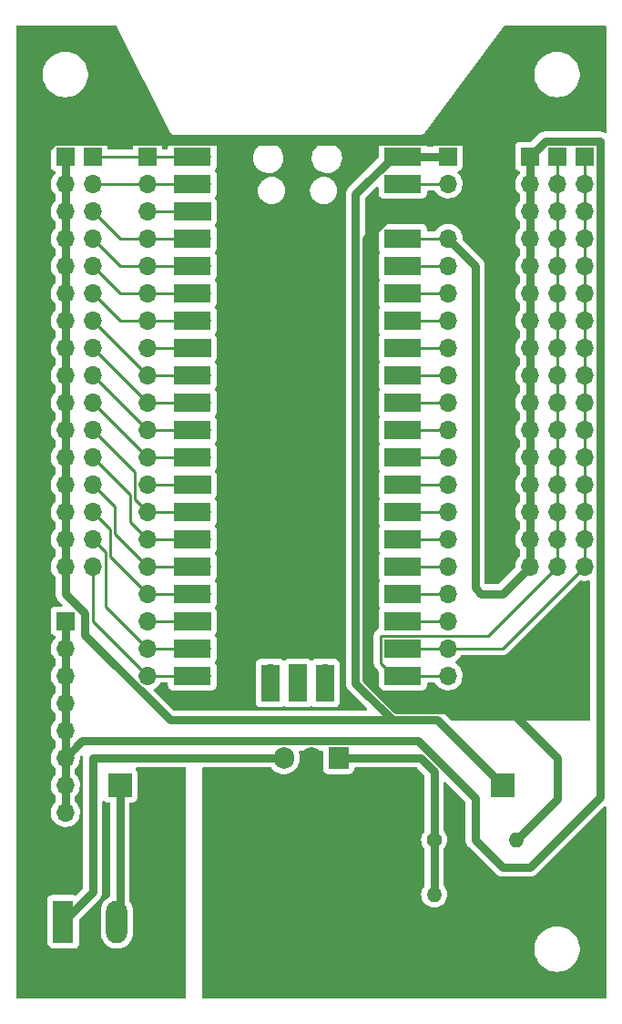
<source format=gtl>
G04 #@! TF.GenerationSoftware,KiCad,Pcbnew,6.0.2+dfsg-1*
G04 #@! TF.CreationDate,2024-08-17T12:20:10+10:00*
G04 #@! TF.ProjectId,MQTTDecoderExpansionBoard,4d515454-4465-4636-9f64-657245787061,A*
G04 #@! TF.SameCoordinates,Original*
G04 #@! TF.FileFunction,Copper,L1,Top*
G04 #@! TF.FilePolarity,Positive*
%FSLAX46Y46*%
G04 Gerber Fmt 4.6, Leading zero omitted, Abs format (unit mm)*
G04 Created by KiCad (PCBNEW 6.0.2+dfsg-1) date 2024-08-17 12:20:10*
%MOMM*%
%LPD*%
G01*
G04 APERTURE LIST*
G04 #@! TA.AperFunction,ComponentPad*
%ADD10R,1.700000X1.700000*%
G04 #@! TD*
G04 #@! TA.AperFunction,ComponentPad*
%ADD11O,1.700000X1.700000*%
G04 #@! TD*
G04 #@! TA.AperFunction,ComponentPad*
%ADD12C,1.400000*%
G04 #@! TD*
G04 #@! TA.AperFunction,ComponentPad*
%ADD13O,1.400000X1.400000*%
G04 #@! TD*
G04 #@! TA.AperFunction,SMDPad,CuDef*
%ADD14R,3.500000X1.700000*%
G04 #@! TD*
G04 #@! TA.AperFunction,SMDPad,CuDef*
%ADD15R,1.700000X3.500000*%
G04 #@! TD*
G04 #@! TA.AperFunction,ComponentPad*
%ADD16R,2.200000X2.200000*%
G04 #@! TD*
G04 #@! TA.AperFunction,ComponentPad*
%ADD17O,2.200000X2.200000*%
G04 #@! TD*
G04 #@! TA.AperFunction,ComponentPad*
%ADD18R,1.905000X2.000000*%
G04 #@! TD*
G04 #@! TA.AperFunction,ComponentPad*
%ADD19O,1.905000X2.000000*%
G04 #@! TD*
G04 #@! TA.AperFunction,ComponentPad*
%ADD20R,1.980000X3.960000*%
G04 #@! TD*
G04 #@! TA.AperFunction,ComponentPad*
%ADD21O,1.980000X3.960000*%
G04 #@! TD*
G04 #@! TA.AperFunction,Conductor*
%ADD22C,0.760000*%
G04 #@! TD*
G04 #@! TA.AperFunction,Conductor*
%ADD23C,0.750000*%
G04 #@! TD*
G04 #@! TA.AperFunction,Conductor*
%ADD24C,0.250000*%
G04 #@! TD*
G04 APERTURE END LIST*
D10*
X160020000Y-53340000D03*
D11*
X160020000Y-55880000D03*
X160020000Y-58420000D03*
X160020000Y-60960000D03*
X160020000Y-63500000D03*
X160020000Y-66040000D03*
X160020000Y-68580000D03*
X160020000Y-71120000D03*
X160020000Y-73660000D03*
X160020000Y-76200000D03*
X160020000Y-78740000D03*
X160020000Y-81280000D03*
X160020000Y-83820000D03*
X160020000Y-86360000D03*
X160020000Y-88900000D03*
X160020000Y-91440000D03*
D12*
X153670000Y-116840000D03*
D13*
X161290000Y-116840000D03*
D10*
X127000000Y-53340000D03*
D11*
X127000000Y-55880000D03*
X127000000Y-58420000D03*
X127000000Y-60960000D03*
X127000000Y-63500000D03*
X127000000Y-66040000D03*
X127000000Y-68580000D03*
X127000000Y-71120000D03*
X127000000Y-73660000D03*
X127000000Y-76200000D03*
X127000000Y-78740000D03*
X127000000Y-81280000D03*
X127000000Y-83820000D03*
X127000000Y-86360000D03*
X127000000Y-88900000D03*
X127000000Y-91440000D03*
X127000000Y-93980000D03*
X127000000Y-96520000D03*
X127000000Y-99060000D03*
X127000000Y-101600000D03*
D10*
X167640000Y-53340000D03*
D11*
X167640000Y-55880000D03*
X167640000Y-58420000D03*
X167640000Y-60960000D03*
X167640000Y-63500000D03*
X167640000Y-66040000D03*
X167640000Y-68580000D03*
X167640000Y-71120000D03*
X167640000Y-73660000D03*
X167640000Y-76200000D03*
X167640000Y-78740000D03*
X167640000Y-81280000D03*
X167640000Y-83820000D03*
X167640000Y-86360000D03*
X167640000Y-88900000D03*
X167640000Y-91440000D03*
D14*
X131180000Y-53340000D03*
D11*
X132080000Y-53340000D03*
D14*
X131180000Y-55880000D03*
D11*
X132080000Y-55880000D03*
D10*
X132080000Y-58420000D03*
D14*
X131180000Y-58420000D03*
D11*
X132080000Y-60960000D03*
D14*
X131180000Y-60960000D03*
X131180000Y-63500000D03*
D11*
X132080000Y-63500000D03*
D14*
X131180000Y-66040000D03*
D11*
X132080000Y-66040000D03*
D14*
X131180000Y-68580000D03*
D11*
X132080000Y-68580000D03*
D14*
X131180000Y-71120000D03*
D10*
X132080000Y-71120000D03*
D11*
X132080000Y-73660000D03*
D14*
X131180000Y-73660000D03*
D11*
X132080000Y-76200000D03*
D14*
X131180000Y-76200000D03*
D11*
X132080000Y-78740000D03*
D14*
X131180000Y-78740000D03*
X131180000Y-81280000D03*
D11*
X132080000Y-81280000D03*
D10*
X132080000Y-83820000D03*
D14*
X131180000Y-83820000D03*
D11*
X132080000Y-86360000D03*
D14*
X131180000Y-86360000D03*
X131180000Y-88900000D03*
D11*
X132080000Y-88900000D03*
X132080000Y-91440000D03*
D14*
X131180000Y-91440000D03*
X131180000Y-93980000D03*
D11*
X132080000Y-93980000D03*
D14*
X131180000Y-96520000D03*
D10*
X132080000Y-96520000D03*
D11*
X132080000Y-99060000D03*
D14*
X131180000Y-99060000D03*
D11*
X132080000Y-101600000D03*
D14*
X131180000Y-101600000D03*
D11*
X149860000Y-101600000D03*
D14*
X150760000Y-101600000D03*
D11*
X149860000Y-99060000D03*
D14*
X150760000Y-99060000D03*
D10*
X149860000Y-96520000D03*
D14*
X150760000Y-96520000D03*
X150760000Y-93980000D03*
D11*
X149860000Y-93980000D03*
X149860000Y-91440000D03*
D14*
X150760000Y-91440000D03*
D11*
X149860000Y-88900000D03*
D14*
X150760000Y-88900000D03*
D11*
X149860000Y-86360000D03*
D14*
X150760000Y-86360000D03*
D10*
X149860000Y-83820000D03*
D14*
X150760000Y-83820000D03*
X150760000Y-81280000D03*
D11*
X149860000Y-81280000D03*
X149860000Y-78740000D03*
D14*
X150760000Y-78740000D03*
X150760000Y-76200000D03*
D11*
X149860000Y-76200000D03*
X149860000Y-73660000D03*
D14*
X150760000Y-73660000D03*
D10*
X149860000Y-71120000D03*
D14*
X150760000Y-71120000D03*
X150760000Y-68580000D03*
D11*
X149860000Y-68580000D03*
D14*
X150760000Y-66040000D03*
D11*
X149860000Y-66040000D03*
X149860000Y-63500000D03*
D14*
X150760000Y-63500000D03*
X150760000Y-60960000D03*
D11*
X149860000Y-60960000D03*
D14*
X150760000Y-58420000D03*
D10*
X149860000Y-58420000D03*
D11*
X149860000Y-55880000D03*
D14*
X150760000Y-55880000D03*
X150760000Y-53340000D03*
D11*
X149860000Y-53340000D03*
X138430000Y-101370000D03*
D15*
X138430000Y-102270000D03*
X140970000Y-102270000D03*
D10*
X140970000Y-101370000D03*
D15*
X143510000Y-102270000D03*
D11*
X143510000Y-101370000D03*
D16*
X124460000Y-111760000D03*
D17*
X134620000Y-111760000D03*
D18*
X144780000Y-109220000D03*
D19*
X142240000Y-109220000D03*
X139700000Y-109220000D03*
D10*
X162560000Y-53340000D03*
D11*
X162560000Y-55880000D03*
X162560000Y-58420000D03*
X162560000Y-60960000D03*
X162560000Y-63500000D03*
X162560000Y-66040000D03*
X162560000Y-68580000D03*
X162560000Y-71120000D03*
X162560000Y-73660000D03*
X162560000Y-76200000D03*
X162560000Y-78740000D03*
X162560000Y-81280000D03*
X162560000Y-83820000D03*
X162560000Y-86360000D03*
X162560000Y-88900000D03*
X162560000Y-91440000D03*
D10*
X165100000Y-53340000D03*
D11*
X165100000Y-55880000D03*
X165100000Y-58420000D03*
X165100000Y-60960000D03*
X165100000Y-63500000D03*
X165100000Y-66040000D03*
X165100000Y-68580000D03*
X165100000Y-71120000D03*
X165100000Y-73660000D03*
X165100000Y-76200000D03*
X165100000Y-78740000D03*
X165100000Y-81280000D03*
X165100000Y-83820000D03*
X165100000Y-86360000D03*
X165100000Y-88900000D03*
X165100000Y-91440000D03*
D10*
X119380000Y-53340000D03*
D11*
X119380000Y-55880000D03*
X119380000Y-58420000D03*
X119380000Y-60960000D03*
X119380000Y-63500000D03*
X119380000Y-66040000D03*
X119380000Y-68580000D03*
X119380000Y-71120000D03*
X119380000Y-73660000D03*
X119380000Y-76200000D03*
X119380000Y-78740000D03*
X119380000Y-81280000D03*
X119380000Y-83820000D03*
X119380000Y-86360000D03*
X119380000Y-88900000D03*
X119380000Y-91440000D03*
D10*
X116840000Y-53340000D03*
D11*
X116840000Y-55880000D03*
X116840000Y-58420000D03*
X116840000Y-60960000D03*
X116840000Y-63500000D03*
X116840000Y-66040000D03*
X116840000Y-68580000D03*
X116840000Y-71120000D03*
X116840000Y-73660000D03*
X116840000Y-76200000D03*
X116840000Y-78740000D03*
X116840000Y-81280000D03*
X116840000Y-83820000D03*
X116840000Y-86360000D03*
X116840000Y-88900000D03*
X116840000Y-91440000D03*
D12*
X161290000Y-121920000D03*
D13*
X153670000Y-121920000D03*
D20*
X119165000Y-124470000D03*
D21*
X124165000Y-124470000D03*
X129165000Y-124470000D03*
D10*
X154940000Y-53340000D03*
D11*
X154940000Y-55880000D03*
X154940000Y-58420000D03*
X154940000Y-60960000D03*
X154940000Y-63500000D03*
X154940000Y-66040000D03*
X154940000Y-68580000D03*
X154940000Y-71120000D03*
X154940000Y-73660000D03*
X154940000Y-76200000D03*
X154940000Y-78740000D03*
X154940000Y-81280000D03*
X154940000Y-83820000D03*
X154940000Y-86360000D03*
X154940000Y-88900000D03*
X154940000Y-91440000D03*
X154940000Y-93980000D03*
X154940000Y-96520000D03*
X154940000Y-99060000D03*
X154940000Y-101600000D03*
D16*
X160020000Y-111760000D03*
D17*
X149860000Y-111760000D03*
D10*
X119380000Y-96520000D03*
D11*
X119380000Y-99060000D03*
X119380000Y-101600000D03*
X119380000Y-104140000D03*
X119380000Y-106680000D03*
X119380000Y-109220000D03*
X119380000Y-111760000D03*
X119380000Y-114300000D03*
D10*
X116840000Y-96520000D03*
D11*
X116840000Y-99060000D03*
X116840000Y-101600000D03*
X116840000Y-104140000D03*
X116840000Y-106680000D03*
X116840000Y-109220000D03*
X116840000Y-111760000D03*
X116840000Y-114300000D03*
D10*
X121920000Y-53340000D03*
D11*
X121920000Y-55880000D03*
X121920000Y-58420000D03*
X121920000Y-60960000D03*
X121920000Y-63500000D03*
X121920000Y-66040000D03*
X121920000Y-68580000D03*
X121920000Y-71120000D03*
X121920000Y-73660000D03*
X121920000Y-76200000D03*
X121920000Y-78740000D03*
X121920000Y-81280000D03*
X121920000Y-83820000D03*
X121920000Y-86360000D03*
X121920000Y-88900000D03*
X121920000Y-91440000D03*
D22*
X160020000Y-53340000D02*
X158590489Y-51910489D01*
X158590489Y-51910489D02*
X118269511Y-51910489D01*
X118269511Y-51910489D02*
X116840000Y-53340000D01*
X116840000Y-126274022D02*
X116840000Y-114300000D01*
X120105978Y-129540000D02*
X116840000Y-126274022D01*
X124095000Y-129540000D02*
X120105978Y-129540000D01*
X129165000Y-124470000D02*
X124095000Y-129540000D01*
X119380000Y-93980000D02*
X121215480Y-95815480D01*
X121215480Y-95815480D02*
X121215480Y-97837115D01*
X121215480Y-97837115D02*
X129098845Y-105720480D01*
X129098845Y-105720480D02*
X149764492Y-105720480D01*
X162560000Y-53340000D02*
X163989511Y-51910489D01*
X120959511Y-107640489D02*
X119380000Y-109220000D01*
X163989511Y-51910489D02*
X169069511Y-51910489D01*
X169069511Y-51910489D02*
X169069511Y-112870489D01*
X169069511Y-112870489D02*
X162560000Y-119380000D01*
X162560000Y-119380000D02*
X160020000Y-119380000D01*
X160020000Y-119380000D02*
X157480000Y-116840000D01*
X157480000Y-116840000D02*
X157480000Y-112943034D01*
X157480000Y-112943034D02*
X152177455Y-107640489D01*
X152177455Y-107640489D02*
X120959511Y-107640489D01*
X146360480Y-56839520D02*
X149860000Y-53340000D01*
X146360480Y-102316468D02*
X146360480Y-56839520D01*
X149764492Y-105720480D02*
X146360480Y-102316468D01*
X153980480Y-105720480D02*
X149764492Y-105720480D01*
X160020000Y-111760000D02*
X153980480Y-105720480D01*
X119380000Y-114300000D02*
X119380000Y-96520000D01*
X119380000Y-53340000D02*
X119380000Y-93980000D01*
X160640960Y-104760960D02*
X150161938Y-104760960D01*
X147320000Y-101919022D02*
X147320000Y-60960000D01*
X150161938Y-104760960D02*
X147320000Y-101919022D01*
X147320000Y-60960000D02*
X149860000Y-58420000D01*
X154940000Y-60960000D02*
X157480000Y-63500000D01*
X157480000Y-63500000D02*
X157480000Y-93389080D01*
X157480000Y-93389080D02*
X158050602Y-93959682D01*
X158050602Y-93959682D02*
X160040318Y-93959682D01*
X160040318Y-93959682D02*
X162560000Y-91440000D01*
D23*
X119380000Y-53340000D02*
X119380000Y-60960000D01*
X149860000Y-53340000D02*
X154940000Y-53340000D01*
D22*
X162560000Y-53340000D02*
X162560000Y-91440000D01*
X142240000Y-109220000D02*
X142240000Y-111760000D01*
X134620000Y-111760000D02*
X137160000Y-111760000D01*
X149860000Y-111760000D02*
X147320000Y-111760000D01*
X139700000Y-109220000D02*
X121920000Y-109220000D01*
X121920000Y-121715000D02*
X119165000Y-124470000D01*
X121920000Y-109220000D02*
X121920000Y-121715000D01*
X139700000Y-109220000D02*
X137160000Y-109220000D01*
X165100000Y-109220000D02*
X160640960Y-104760960D01*
D23*
X116840000Y-53340000D02*
X116840000Y-58420000D01*
D22*
X165100000Y-113030000D02*
X165100000Y-109220000D01*
D23*
X116840000Y-91440000D02*
X116840000Y-58420000D01*
X149860000Y-58420000D02*
X154940000Y-58420000D01*
X160020000Y-91440000D02*
X160020000Y-53340000D01*
D22*
X161290000Y-116840000D02*
X165100000Y-113030000D01*
D23*
X116840000Y-114300000D02*
X116840000Y-91440000D01*
D24*
X127000000Y-53340000D02*
X132080000Y-53340000D01*
X121920000Y-53340000D02*
X127000000Y-53340000D01*
X132080000Y-55880000D02*
X127000000Y-55880000D01*
X121920000Y-55880000D02*
X127000000Y-55880000D01*
X124460000Y-60960000D02*
X127000000Y-60960000D01*
X121920000Y-58420000D02*
X124460000Y-60960000D01*
X127000000Y-60960000D02*
X132080000Y-60960000D01*
X121920000Y-60960000D02*
X124460000Y-63500000D01*
X124460000Y-63500000D02*
X127000000Y-63500000D01*
X132080000Y-63500000D02*
X127000000Y-63500000D01*
X124460000Y-66040000D02*
X127000000Y-66040000D01*
X127000000Y-66040000D02*
X132080000Y-66040000D01*
X121920000Y-63500000D02*
X124460000Y-66040000D01*
X124460000Y-68580000D02*
X127000000Y-68580000D01*
X132080000Y-68580000D02*
X127000000Y-68580000D01*
X121920000Y-66040000D02*
X124460000Y-68580000D01*
X127000000Y-73660000D02*
X121920000Y-68580000D01*
X132080000Y-73660000D02*
X127000000Y-73660000D01*
X127000000Y-76200000D02*
X132080000Y-76200000D01*
X121920000Y-71120000D02*
X127000000Y-76200000D01*
X121920000Y-73660000D02*
X127000000Y-78740000D01*
X132080000Y-78740000D02*
X127000000Y-78740000D01*
X127000000Y-81280000D02*
X132080000Y-81280000D01*
X121920000Y-76200000D02*
X127000000Y-81280000D01*
X121920000Y-78740000D02*
X125825489Y-82645489D01*
X127000000Y-86360000D02*
X132080000Y-86360000D01*
X125825489Y-82645489D02*
X125825489Y-85185489D01*
X125825489Y-85185489D02*
X127000000Y-86360000D01*
X127000000Y-88900000D02*
X132080000Y-88900000D01*
X125375969Y-87275969D02*
X127000000Y-88900000D01*
X121920000Y-81280000D02*
X125375969Y-84735969D01*
X125375969Y-84735969D02*
X125375969Y-87275969D01*
X123993551Y-85893551D02*
X121920000Y-83820000D01*
X127000000Y-91440000D02*
X132080000Y-91440000D01*
X123993551Y-88433551D02*
X123993551Y-85893551D01*
X127000000Y-91440000D02*
X123993551Y-88433551D01*
X132080000Y-93980000D02*
X127000000Y-93980000D01*
X127000000Y-93980000D02*
X123544031Y-90524031D01*
X123544031Y-87984031D02*
X121920000Y-86360000D01*
X123544031Y-90524031D02*
X123544031Y-87984031D01*
X123094511Y-95154511D02*
X123094511Y-90074511D01*
X132080000Y-99060000D02*
X127000000Y-99060000D01*
X127000000Y-99060000D02*
X123094511Y-95154511D01*
X123094511Y-90074511D02*
X121920000Y-88900000D01*
X127000000Y-101600000D02*
X121920000Y-96520000D01*
X127000000Y-101600000D02*
X132080000Y-101600000D01*
X121920000Y-96520000D02*
X121920000Y-91440000D01*
X154940000Y-99060000D02*
X149860000Y-99060000D01*
X160020000Y-99060000D02*
X167640000Y-91440000D01*
X167640000Y-91440000D02*
X167640000Y-53340000D01*
X154940000Y-99060000D02*
X160020000Y-99060000D01*
X127000000Y-58420000D02*
X132080000Y-58420000D01*
X127000000Y-71120000D02*
X132080000Y-71120000D01*
X127000000Y-83820000D02*
X132080000Y-83820000D01*
X165100000Y-91440000D02*
X165100000Y-53340000D01*
X148685489Y-100425489D02*
X148685489Y-97885489D01*
X149860000Y-101600000D02*
X154940000Y-101600000D01*
X148685489Y-97885489D02*
X158654511Y-97885489D01*
X149860000Y-101600000D02*
X148685489Y-100425489D01*
X158654511Y-97885489D02*
X165100000Y-91440000D01*
X154940000Y-55880000D02*
X149860000Y-55880000D01*
X149860000Y-60960000D02*
X154940000Y-60960000D01*
X149860000Y-63500000D02*
X154940000Y-63500000D01*
X149860000Y-66040000D02*
X154940000Y-66040000D01*
X149860000Y-68580000D02*
X154940000Y-68580000D01*
X149860000Y-71120000D02*
X154940000Y-71120000D01*
X149860000Y-73660000D02*
X154940000Y-73660000D01*
X149860000Y-76200000D02*
X154940000Y-76200000D01*
X149860000Y-78740000D02*
X154940000Y-78740000D01*
X149860000Y-81280000D02*
X154940000Y-81280000D01*
X149860000Y-83820000D02*
X154940000Y-83820000D01*
X149860000Y-86360000D02*
X154940000Y-86360000D01*
X149860000Y-88900000D02*
X154940000Y-88900000D01*
X149860000Y-91440000D02*
X154940000Y-91440000D01*
D22*
X144780000Y-109220000D02*
X152400000Y-109220000D01*
X153670000Y-110490000D02*
X153670000Y-116840000D01*
X153670000Y-121920000D02*
X153670000Y-116840000D01*
X152400000Y-109220000D02*
X153670000Y-110490000D01*
X124460000Y-111760000D02*
X124460000Y-124175000D01*
X124460000Y-124175000D02*
X124165000Y-124470000D01*
D24*
X132080000Y-96520000D02*
X127000000Y-96520000D01*
X149860000Y-96520000D02*
X154940000Y-96520000D01*
X149860000Y-93980000D02*
X154940000Y-93980000D01*
G04 #@! TA.AperFunction,Conductor*
G36*
X143261121Y-108548991D02*
G01*
X143307614Y-108602647D01*
X143319000Y-108654989D01*
X143319000Y-110268134D01*
X143325755Y-110330316D01*
X143376885Y-110466705D01*
X143464239Y-110583261D01*
X143580795Y-110670615D01*
X143717184Y-110721745D01*
X143779366Y-110728500D01*
X145780634Y-110728500D01*
X145842816Y-110721745D01*
X145979205Y-110670615D01*
X146095761Y-110583261D01*
X146183115Y-110466705D01*
X146234245Y-110330316D01*
X146241000Y-110268134D01*
X146241000Y-110234500D01*
X146261002Y-110166379D01*
X146314658Y-110119886D01*
X146367000Y-110108500D01*
X151979781Y-110108500D01*
X152047902Y-110128502D01*
X152068877Y-110145405D01*
X152744596Y-110821125D01*
X152778621Y-110883437D01*
X152781500Y-110910220D01*
X152781500Y-115967233D01*
X152761498Y-116035354D01*
X152748042Y-116052051D01*
X152748125Y-116052121D01*
X152744595Y-116056328D01*
X152740699Y-116060224D01*
X152619411Y-116233442D01*
X152530044Y-116425090D01*
X152475314Y-116629345D01*
X152456884Y-116840000D01*
X152475314Y-117050655D01*
X152476738Y-117055968D01*
X152476738Y-117055970D01*
X152510258Y-117181066D01*
X152530044Y-117254910D01*
X152532366Y-117259891D01*
X152532367Y-117259892D01*
X152605740Y-117417240D01*
X152619411Y-117446558D01*
X152740699Y-117619776D01*
X152744594Y-117623671D01*
X152748125Y-117627879D01*
X152747280Y-117628588D01*
X152778621Y-117685984D01*
X152781500Y-117712767D01*
X152781500Y-121047233D01*
X152761498Y-121115354D01*
X152748042Y-121132051D01*
X152748125Y-121132121D01*
X152744595Y-121136328D01*
X152740699Y-121140224D01*
X152619411Y-121313442D01*
X152530044Y-121505090D01*
X152475314Y-121709345D01*
X152456884Y-121920000D01*
X152475314Y-122130655D01*
X152530044Y-122334910D01*
X152619411Y-122526558D01*
X152740699Y-122699776D01*
X152890224Y-122849301D01*
X153063442Y-122970589D01*
X153068420Y-122972910D01*
X153068423Y-122972912D01*
X153250108Y-123057633D01*
X153255090Y-123059956D01*
X153260398Y-123061378D01*
X153260400Y-123061379D01*
X153454030Y-123113262D01*
X153454032Y-123113262D01*
X153459345Y-123114686D01*
X153670000Y-123133116D01*
X153880655Y-123114686D01*
X153885968Y-123113262D01*
X153885970Y-123113262D01*
X154079600Y-123061379D01*
X154079602Y-123061378D01*
X154084910Y-123059956D01*
X154089892Y-123057633D01*
X154271577Y-122972912D01*
X154271580Y-122972910D01*
X154276558Y-122970589D01*
X154449776Y-122849301D01*
X154599301Y-122699776D01*
X154720589Y-122526558D01*
X154809956Y-122334910D01*
X154864686Y-122130655D01*
X154883116Y-121920000D01*
X154864686Y-121709345D01*
X154809956Y-121505090D01*
X154720589Y-121313442D01*
X154599301Y-121140224D01*
X154595405Y-121136328D01*
X154591875Y-121132121D01*
X154592720Y-121131412D01*
X154561379Y-121074016D01*
X154558500Y-121047233D01*
X154558500Y-117712767D01*
X154578502Y-117644646D01*
X154591958Y-117627949D01*
X154591875Y-117627879D01*
X154595406Y-117623671D01*
X154599301Y-117619776D01*
X154720589Y-117446558D01*
X154734261Y-117417240D01*
X154807633Y-117259892D01*
X154807634Y-117259891D01*
X154809956Y-117254910D01*
X154829743Y-117181066D01*
X154863262Y-117055970D01*
X154863262Y-117055968D01*
X154864686Y-117050655D01*
X154883116Y-116840000D01*
X154864686Y-116629345D01*
X154809956Y-116425090D01*
X154720589Y-116233442D01*
X154599301Y-116060224D01*
X154595405Y-116056328D01*
X154591875Y-116052121D01*
X154592720Y-116051412D01*
X154561379Y-115994016D01*
X154558500Y-115967233D01*
X154558500Y-111582252D01*
X154578502Y-111514131D01*
X154632158Y-111467638D01*
X154702432Y-111457534D01*
X154767012Y-111487028D01*
X154773595Y-111493157D01*
X156554595Y-113274157D01*
X156588621Y-113336469D01*
X156591500Y-113363252D01*
X156591500Y-116760160D01*
X156589949Y-116779870D01*
X156587831Y-116793243D01*
X156588176Y-116799831D01*
X156588176Y-116799835D01*
X156591327Y-116859957D01*
X156591500Y-116866551D01*
X156591500Y-116886563D01*
X156591845Y-116889848D01*
X156591846Y-116889861D01*
X156593592Y-116906468D01*
X156594109Y-116913040D01*
X156597605Y-116979758D01*
X156601110Y-116992837D01*
X156604714Y-117012283D01*
X156606129Y-117025747D01*
X156626779Y-117089302D01*
X156628646Y-117095603D01*
X156645945Y-117160164D01*
X156648942Y-117166046D01*
X156652094Y-117172233D01*
X156659658Y-117190494D01*
X156661801Y-117197090D01*
X156661803Y-117197095D01*
X156663844Y-117203376D01*
X156690532Y-117249600D01*
X156697253Y-117261242D01*
X156700400Y-117267038D01*
X156730737Y-117326577D01*
X156738847Y-117336591D01*
X156739256Y-117337097D01*
X156750457Y-117353395D01*
X156753926Y-117359404D01*
X156753929Y-117359408D01*
X156757229Y-117365124D01*
X156761644Y-117370028D01*
X156761646Y-117370030D01*
X156801954Y-117414796D01*
X156806233Y-117419806D01*
X156818811Y-117435339D01*
X156832936Y-117449464D01*
X156837477Y-117454248D01*
X156882203Y-117503921D01*
X156893169Y-117511888D01*
X156908197Y-117524725D01*
X159335278Y-119951807D01*
X159348115Y-119966836D01*
X159356079Y-119977797D01*
X159360981Y-119982210D01*
X159360982Y-119982212D01*
X159405742Y-120022514D01*
X159410526Y-120027055D01*
X159424660Y-120041189D01*
X159427225Y-120043266D01*
X159440204Y-120053776D01*
X159445225Y-120058064D01*
X159489970Y-120098354D01*
X159489973Y-120098356D01*
X159494876Y-120102771D01*
X159500597Y-120106074D01*
X159506609Y-120109546D01*
X159522894Y-120120738D01*
X159528293Y-120125110D01*
X159528299Y-120125114D01*
X159533423Y-120129263D01*
X159539301Y-120132258D01*
X159592962Y-120159600D01*
X159598758Y-120162747D01*
X159656624Y-120196156D01*
X159662905Y-120198197D01*
X159662910Y-120198199D01*
X159669506Y-120200342D01*
X159687767Y-120207906D01*
X159693954Y-120211058D01*
X159699836Y-120214055D01*
X159764397Y-120231354D01*
X159770698Y-120233221D01*
X159834253Y-120253871D01*
X159847717Y-120255286D01*
X159867157Y-120258889D01*
X159880242Y-120262395D01*
X159886831Y-120262740D01*
X159886836Y-120262741D01*
X159924028Y-120264689D01*
X159946960Y-120265891D01*
X159953532Y-120266408D01*
X159970139Y-120268154D01*
X159970152Y-120268155D01*
X159973437Y-120268500D01*
X159993449Y-120268500D01*
X160000043Y-120268673D01*
X160060164Y-120271824D01*
X160060168Y-120271824D01*
X160066756Y-120272169D01*
X160080129Y-120270051D01*
X160099839Y-120268500D01*
X162480160Y-120268500D01*
X162499870Y-120270051D01*
X162513243Y-120272169D01*
X162519831Y-120271824D01*
X162519835Y-120271824D01*
X162579957Y-120268673D01*
X162586551Y-120268500D01*
X162606563Y-120268500D01*
X162609848Y-120268155D01*
X162609861Y-120268154D01*
X162626468Y-120266408D01*
X162633040Y-120265891D01*
X162655972Y-120264689D01*
X162693164Y-120262741D01*
X162693169Y-120262740D01*
X162699758Y-120262395D01*
X162712843Y-120258889D01*
X162732283Y-120255286D01*
X162745747Y-120253871D01*
X162809302Y-120233221D01*
X162815603Y-120231354D01*
X162880164Y-120214055D01*
X162886046Y-120211058D01*
X162892233Y-120207906D01*
X162910494Y-120200342D01*
X162917090Y-120198199D01*
X162917095Y-120198197D01*
X162923376Y-120196156D01*
X162981242Y-120162747D01*
X162987038Y-120159600D01*
X163040696Y-120132260D01*
X163040699Y-120132258D01*
X163046577Y-120129263D01*
X163057096Y-120120744D01*
X163073395Y-120109543D01*
X163079404Y-120106074D01*
X163079408Y-120106071D01*
X163085124Y-120102771D01*
X163134796Y-120058046D01*
X163139812Y-120053762D01*
X163155339Y-120041189D01*
X163169473Y-120027055D01*
X163174248Y-120022523D01*
X163219018Y-119982212D01*
X163219019Y-119982210D01*
X163223921Y-119977797D01*
X163231888Y-119966831D01*
X163244725Y-119951803D01*
X169456905Y-113739624D01*
X169519217Y-113705598D01*
X169590032Y-113710663D01*
X169646868Y-113753210D01*
X169671679Y-113819730D01*
X169672000Y-113828719D01*
X169672000Y-131446000D01*
X169651998Y-131514121D01*
X169598342Y-131560614D01*
X169546000Y-131572000D01*
X132206000Y-131572000D01*
X132137879Y-131551998D01*
X132091386Y-131498342D01*
X132080000Y-131446000D01*
X132080000Y-127132703D01*
X162990743Y-127132703D01*
X163028268Y-127417734D01*
X163104129Y-127695036D01*
X163216923Y-127959476D01*
X163364561Y-128206161D01*
X163544313Y-128430528D01*
X163752851Y-128628423D01*
X163986317Y-128796186D01*
X163990112Y-128798195D01*
X163990113Y-128798196D01*
X164011869Y-128809715D01*
X164240392Y-128930712D01*
X164510373Y-129029511D01*
X164791264Y-129090755D01*
X164819841Y-129093004D01*
X165014282Y-129108307D01*
X165014291Y-129108307D01*
X165016739Y-129108500D01*
X165172271Y-129108500D01*
X165174407Y-129108354D01*
X165174418Y-129108354D01*
X165382548Y-129094165D01*
X165382554Y-129094164D01*
X165386825Y-129093873D01*
X165391020Y-129093004D01*
X165391022Y-129093004D01*
X165527584Y-129064723D01*
X165668342Y-129035574D01*
X165939343Y-128939607D01*
X166194812Y-128807750D01*
X166198313Y-128805289D01*
X166198317Y-128805287D01*
X166312418Y-128725095D01*
X166430023Y-128642441D01*
X166640622Y-128446740D01*
X166822713Y-128224268D01*
X166972927Y-127979142D01*
X167088483Y-127715898D01*
X167167244Y-127439406D01*
X167207751Y-127154784D01*
X167207845Y-127136951D01*
X167209235Y-126871583D01*
X167209235Y-126871576D01*
X167209257Y-126867297D01*
X167171732Y-126582266D01*
X167095871Y-126304964D01*
X166983077Y-126040524D01*
X166835439Y-125793839D01*
X166655687Y-125569472D01*
X166447149Y-125371577D01*
X166213683Y-125203814D01*
X166191843Y-125192250D01*
X166168654Y-125179972D01*
X165959608Y-125069288D01*
X165689627Y-124970489D01*
X165408736Y-124909245D01*
X165377685Y-124906801D01*
X165185718Y-124891693D01*
X165185709Y-124891693D01*
X165183261Y-124891500D01*
X165027729Y-124891500D01*
X165025593Y-124891646D01*
X165025582Y-124891646D01*
X164817452Y-124905835D01*
X164817446Y-124905836D01*
X164813175Y-124906127D01*
X164808980Y-124906996D01*
X164808978Y-124906996D01*
X164672417Y-124935276D01*
X164531658Y-124964426D01*
X164260657Y-125060393D01*
X164005188Y-125192250D01*
X164001687Y-125194711D01*
X164001683Y-125194713D01*
X163991594Y-125201804D01*
X163769977Y-125357559D01*
X163559378Y-125553260D01*
X163377287Y-125775732D01*
X163227073Y-126020858D01*
X163111517Y-126284102D01*
X163032756Y-126560594D01*
X162992249Y-126845216D01*
X162992227Y-126849505D01*
X162992226Y-126849512D01*
X162990765Y-127128417D01*
X162990743Y-127132703D01*
X132080000Y-127132703D01*
X132080000Y-110234500D01*
X132100002Y-110166379D01*
X132153658Y-110119886D01*
X132206000Y-110108500D01*
X138435850Y-110108500D01*
X138503971Y-110128502D01*
X138535681Y-110157625D01*
X138535691Y-110157638D01*
X138538498Y-110161977D01*
X138700186Y-110339670D01*
X138777017Y-110400347D01*
X138884670Y-110485367D01*
X138884675Y-110485370D01*
X138888724Y-110488568D01*
X138893240Y-110491061D01*
X138893243Y-110491063D01*
X139094526Y-110602177D01*
X139094530Y-110602179D01*
X139099050Y-110604674D01*
X139103919Y-110606398D01*
X139103923Y-110606400D01*
X139320640Y-110683144D01*
X139320644Y-110683145D01*
X139325515Y-110684870D01*
X139330608Y-110685777D01*
X139330611Y-110685778D01*
X139556948Y-110726095D01*
X139556954Y-110726096D01*
X139562037Y-110727001D01*
X139649400Y-110728068D01*
X139797093Y-110729873D01*
X139797095Y-110729873D01*
X139802263Y-110729936D01*
X140039744Y-110693596D01*
X140151997Y-110656906D01*
X140263183Y-110620566D01*
X140263189Y-110620563D01*
X140268101Y-110618958D01*
X140272687Y-110616571D01*
X140272691Y-110616569D01*
X140476607Y-110510416D01*
X140481200Y-110508025D01*
X140596170Y-110421703D01*
X140669185Y-110366882D01*
X140669188Y-110366880D01*
X140673320Y-110363777D01*
X140820860Y-110209385D01*
X140835728Y-110193827D01*
X140839301Y-110190088D01*
X140974686Y-109991622D01*
X141075837Y-109773710D01*
X141140040Y-109542202D01*
X141161000Y-109346072D01*
X141161000Y-109111598D01*
X141158965Y-109086837D01*
X141146746Y-108938224D01*
X141146322Y-108933063D01*
X141097653Y-108739304D01*
X141089054Y-108705071D01*
X141089053Y-108705068D01*
X141087794Y-108700056D01*
X141085824Y-108695526D01*
X141082811Y-108624660D01*
X141118622Y-108563357D01*
X141181891Y-108531146D01*
X141205106Y-108528989D01*
X143193000Y-108528989D01*
X143261121Y-108548991D01*
G37*
G04 #@! TD.AperFunction*
G04 #@! TA.AperFunction,Conductor*
G36*
X124136287Y-41168002D02*
G01*
X124180864Y-41217651D01*
X129059192Y-50974307D01*
X129067642Y-50996028D01*
X129069044Y-51000932D01*
X129071512Y-51009565D01*
X129084627Y-51030351D01*
X129093756Y-51044820D01*
X129099892Y-51055706D01*
X129101944Y-51059810D01*
X129104492Y-51063488D01*
X129104494Y-51063491D01*
X129114629Y-51078119D01*
X129117612Y-51082630D01*
X129149160Y-51132631D01*
X129155678Y-51138388D01*
X129156280Y-51139170D01*
X129158174Y-51141301D01*
X129158877Y-51141987D01*
X129163828Y-51149133D01*
X129207422Y-51184415D01*
X129209784Y-51186327D01*
X129213921Y-51189825D01*
X129258228Y-51228956D01*
X129266100Y-51232652D01*
X129266902Y-51233238D01*
X129269303Y-51234742D01*
X129270178Y-51235207D01*
X129276938Y-51240678D01*
X129285220Y-51244140D01*
X129285227Y-51244144D01*
X129331483Y-51263479D01*
X129336438Y-51265676D01*
X129389948Y-51290799D01*
X129398541Y-51292137D01*
X129399473Y-51292473D01*
X129402199Y-51293243D01*
X129403173Y-51293444D01*
X129411196Y-51296798D01*
X129420121Y-51297797D01*
X129420122Y-51297797D01*
X129441026Y-51300136D01*
X129469923Y-51303370D01*
X129475288Y-51304086D01*
X129500423Y-51308000D01*
X129505287Y-51308000D01*
X129507885Y-51308201D01*
X129518292Y-51308782D01*
X129546886Y-51311982D01*
X129546889Y-51311982D01*
X129555808Y-51312980D01*
X129573532Y-51309882D01*
X129595227Y-51308000D01*
X152373912Y-51308000D01*
X152384062Y-51308409D01*
X152431601Y-51312251D01*
X152483750Y-51301470D01*
X152491343Y-51300143D01*
X152544045Y-51292595D01*
X152552220Y-51288878D01*
X152558826Y-51286946D01*
X152565307Y-51284609D01*
X152574102Y-51282791D01*
X152621113Y-51257816D01*
X152628049Y-51254401D01*
X152668338Y-51236083D01*
X152668340Y-51236082D01*
X152676510Y-51232367D01*
X152683312Y-51226506D01*
X152689127Y-51222787D01*
X152694682Y-51218732D01*
X152702608Y-51214521D01*
X152740714Y-51177361D01*
X152746435Y-51172116D01*
X152762552Y-51158229D01*
X152786747Y-51137381D01*
X152814837Y-51094044D01*
X152819768Y-51086977D01*
X156745473Y-45852703D01*
X162990743Y-45852703D01*
X163028268Y-46137734D01*
X163104129Y-46415036D01*
X163216923Y-46679476D01*
X163364561Y-46926161D01*
X163544313Y-47150528D01*
X163752851Y-47348423D01*
X163986317Y-47516186D01*
X163990112Y-47518195D01*
X163990113Y-47518196D01*
X164011869Y-47529715D01*
X164240392Y-47650712D01*
X164510373Y-47749511D01*
X164791264Y-47810755D01*
X164819841Y-47813004D01*
X165014282Y-47828307D01*
X165014291Y-47828307D01*
X165016739Y-47828500D01*
X165172271Y-47828500D01*
X165174407Y-47828354D01*
X165174418Y-47828354D01*
X165382548Y-47814165D01*
X165382554Y-47814164D01*
X165386825Y-47813873D01*
X165391020Y-47813004D01*
X165391022Y-47813004D01*
X165527583Y-47784724D01*
X165668342Y-47755574D01*
X165939343Y-47659607D01*
X166194812Y-47527750D01*
X166198313Y-47525289D01*
X166198317Y-47525287D01*
X166312417Y-47445096D01*
X166430023Y-47362441D01*
X166640622Y-47166740D01*
X166822713Y-46944268D01*
X166972927Y-46699142D01*
X167088483Y-46435898D01*
X167167244Y-46159406D01*
X167207751Y-45874784D01*
X167207845Y-45856951D01*
X167209235Y-45591583D01*
X167209235Y-45591576D01*
X167209257Y-45587297D01*
X167171732Y-45302266D01*
X167095871Y-45024964D01*
X166983077Y-44760524D01*
X166835439Y-44513839D01*
X166655687Y-44289472D01*
X166447149Y-44091577D01*
X166213683Y-43923814D01*
X166191843Y-43912250D01*
X166168654Y-43899972D01*
X165959608Y-43789288D01*
X165689627Y-43690489D01*
X165408736Y-43629245D01*
X165377685Y-43626801D01*
X165185718Y-43611693D01*
X165185709Y-43611693D01*
X165183261Y-43611500D01*
X165027729Y-43611500D01*
X165025593Y-43611646D01*
X165025582Y-43611646D01*
X164817452Y-43625835D01*
X164817446Y-43625836D01*
X164813175Y-43626127D01*
X164808980Y-43626996D01*
X164808978Y-43626996D01*
X164672416Y-43655277D01*
X164531658Y-43684426D01*
X164260657Y-43780393D01*
X164005188Y-43912250D01*
X164001687Y-43914711D01*
X164001683Y-43914713D01*
X163991594Y-43921804D01*
X163769977Y-44077559D01*
X163559378Y-44273260D01*
X163377287Y-44495732D01*
X163227073Y-44740858D01*
X163111517Y-45004102D01*
X163032756Y-45280594D01*
X162992249Y-45565216D01*
X162992227Y-45569505D01*
X162992226Y-45569512D01*
X162990765Y-45848417D01*
X162990743Y-45852703D01*
X156745473Y-45852703D01*
X160236200Y-41198400D01*
X160293074Y-41155905D01*
X160337000Y-41148000D01*
X169546000Y-41148000D01*
X169614121Y-41168002D01*
X169660614Y-41221658D01*
X169672000Y-41274000D01*
X169672000Y-51012128D01*
X169651998Y-51080249D01*
X169598342Y-51126742D01*
X169528068Y-51136846D01*
X169494755Y-51127236D01*
X169479462Y-51120427D01*
X169467723Y-51114445D01*
X169438605Y-51097634D01*
X169438603Y-51097633D01*
X169432887Y-51094333D01*
X169394633Y-51081904D01*
X169382325Y-51077179D01*
X169351622Y-51063509D01*
X169351623Y-51063509D01*
X169345585Y-51060821D01*
X169319928Y-51055367D01*
X169306243Y-51052458D01*
X169293508Y-51049046D01*
X169255258Y-51036618D01*
X169231929Y-51034166D01*
X169215262Y-51032414D01*
X169202238Y-51030351D01*
X169169355Y-51023362D01*
X169169356Y-51023362D01*
X169162896Y-51021989D01*
X164069351Y-51021989D01*
X164049641Y-51020438D01*
X164042785Y-51019352D01*
X164042784Y-51019352D01*
X164036268Y-51018320D01*
X164029680Y-51018665D01*
X164029676Y-51018665D01*
X163969555Y-51021816D01*
X163962961Y-51021989D01*
X163942948Y-51021989D01*
X163939679Y-51022333D01*
X163939672Y-51022333D01*
X163923046Y-51024081D01*
X163916479Y-51024598D01*
X163887225Y-51026131D01*
X163856348Y-51027748D01*
X163856343Y-51027749D01*
X163849754Y-51028094D01*
X163836669Y-51031600D01*
X163817227Y-51035203D01*
X163803764Y-51036618D01*
X163797483Y-51038659D01*
X163797482Y-51038659D01*
X163740229Y-51057261D01*
X163733906Y-51059134D01*
X163675733Y-51074722D01*
X163675726Y-51074725D01*
X163669347Y-51076434D01*
X163663464Y-51079431D01*
X163663460Y-51079433D01*
X163657278Y-51082583D01*
X163639017Y-51090147D01*
X163632421Y-51092290D01*
X163632416Y-51092292D01*
X163626135Y-51094333D01*
X163572953Y-51125038D01*
X163568269Y-51127742D01*
X163562473Y-51130889D01*
X163508815Y-51158229D01*
X163508812Y-51158231D01*
X163502934Y-51161226D01*
X163492920Y-51169336D01*
X163492414Y-51169745D01*
X163476116Y-51180946D01*
X163470107Y-51184415D01*
X163470103Y-51184418D01*
X163464387Y-51187718D01*
X163459483Y-51192133D01*
X163459481Y-51192135D01*
X163414715Y-51232443D01*
X163409705Y-51236722D01*
X163394172Y-51249300D01*
X163380047Y-51263425D01*
X163375263Y-51267966D01*
X163330578Y-51308201D01*
X163325590Y-51312692D01*
X163317623Y-51323658D01*
X163304786Y-51338686D01*
X162698877Y-51944595D01*
X162636565Y-51978621D01*
X162609782Y-51981500D01*
X161661866Y-51981500D01*
X161599684Y-51988255D01*
X161463295Y-52039385D01*
X161346739Y-52126739D01*
X161259385Y-52243295D01*
X161208255Y-52379684D01*
X161201500Y-52441866D01*
X161201500Y-54238134D01*
X161208255Y-54300316D01*
X161259385Y-54436705D01*
X161346739Y-54553261D01*
X161463295Y-54640615D01*
X161471704Y-54643767D01*
X161471705Y-54643768D01*
X161580451Y-54684535D01*
X161637216Y-54727176D01*
X161661916Y-54793738D01*
X161646709Y-54863087D01*
X161627316Y-54889568D01*
X161500629Y-55022138D01*
X161374743Y-55206680D01*
X161327715Y-55307993D01*
X161283328Y-55403618D01*
X161280688Y-55409305D01*
X161220989Y-55624570D01*
X161197251Y-55846695D01*
X161197548Y-55851848D01*
X161197548Y-55851851D01*
X161209719Y-56062939D01*
X161210110Y-56069715D01*
X161211247Y-56074761D01*
X161211248Y-56074767D01*
X161229284Y-56154795D01*
X161259222Y-56287639D01*
X161343266Y-56494616D01*
X161390306Y-56571379D01*
X161457291Y-56680688D01*
X161459987Y-56685088D01*
X161606250Y-56853938D01*
X161625985Y-56870322D01*
X161665620Y-56929223D01*
X161671500Y-56967266D01*
X161671500Y-57332808D01*
X161651498Y-57400929D01*
X161636594Y-57419859D01*
X161629888Y-57426877D01*
X161500629Y-57562138D01*
X161497720Y-57566403D01*
X161497714Y-57566411D01*
X161479838Y-57592617D01*
X161374743Y-57746680D01*
X161280688Y-57949305D01*
X161220989Y-58164570D01*
X161197251Y-58386695D01*
X161197548Y-58391848D01*
X161197548Y-58391851D01*
X161203011Y-58486590D01*
X161210110Y-58609715D01*
X161211247Y-58614761D01*
X161211248Y-58614767D01*
X161231119Y-58702939D01*
X161259222Y-58827639D01*
X161343266Y-59034616D01*
X161392285Y-59114608D01*
X161457291Y-59220688D01*
X161459987Y-59225088D01*
X161606250Y-59393938D01*
X161625985Y-59410322D01*
X161665620Y-59469223D01*
X161671500Y-59507266D01*
X161671500Y-59872808D01*
X161651498Y-59940929D01*
X161636594Y-59959859D01*
X161629888Y-59966877D01*
X161500629Y-60102138D01*
X161374743Y-60286680D01*
X161280688Y-60489305D01*
X161220989Y-60704570D01*
X161197251Y-60926695D01*
X161197548Y-60931848D01*
X161197548Y-60931851D01*
X161204968Y-61060532D01*
X161210110Y-61149715D01*
X161211247Y-61154761D01*
X161211248Y-61154767D01*
X161231119Y-61242939D01*
X161259222Y-61367639D01*
X161320673Y-61518976D01*
X161324000Y-61527168D01*
X161343266Y-61574616D01*
X161390306Y-61651379D01*
X161457291Y-61760688D01*
X161459987Y-61765088D01*
X161606250Y-61933938D01*
X161625985Y-61950322D01*
X161665620Y-62009223D01*
X161671500Y-62047266D01*
X161671500Y-62412808D01*
X161651498Y-62480929D01*
X161636594Y-62499859D01*
X161629888Y-62506877D01*
X161500629Y-62642138D01*
X161374743Y-62826680D01*
X161346195Y-62888182D01*
X161285332Y-63019301D01*
X161280688Y-63029305D01*
X161220989Y-63244570D01*
X161197251Y-63466695D01*
X161197548Y-63471848D01*
X161197548Y-63471851D01*
X161209812Y-63684547D01*
X161210110Y-63689715D01*
X161211247Y-63694761D01*
X161211248Y-63694767D01*
X161224418Y-63753204D01*
X161259222Y-63907639D01*
X161320673Y-64058976D01*
X161324000Y-64067168D01*
X161343266Y-64114616D01*
X161390306Y-64191379D01*
X161457291Y-64300688D01*
X161459987Y-64305088D01*
X161606250Y-64473938D01*
X161625985Y-64490322D01*
X161665620Y-64549223D01*
X161671500Y-64587266D01*
X161671500Y-64952808D01*
X161651498Y-65020929D01*
X161636594Y-65039859D01*
X161629888Y-65046877D01*
X161500629Y-65182138D01*
X161374743Y-65366680D01*
X161280688Y-65569305D01*
X161220989Y-65784570D01*
X161197251Y-66006695D01*
X161197548Y-66011848D01*
X161197548Y-66011851D01*
X161209812Y-66224547D01*
X161210110Y-66229715D01*
X161211247Y-66234761D01*
X161211248Y-66234767D01*
X161231119Y-66322939D01*
X161259222Y-66447639D01*
X161320673Y-66598976D01*
X161324000Y-66607168D01*
X161343266Y-66654616D01*
X161390306Y-66731379D01*
X161457291Y-66840688D01*
X161459987Y-66845088D01*
X161606250Y-67013938D01*
X161625985Y-67030322D01*
X161665620Y-67089223D01*
X161671500Y-67127266D01*
X161671500Y-67492808D01*
X161651498Y-67560929D01*
X161636594Y-67579859D01*
X161629888Y-67586877D01*
X161500629Y-67722138D01*
X161374743Y-67906680D01*
X161280688Y-68109305D01*
X161220989Y-68324570D01*
X161197251Y-68546695D01*
X161197548Y-68551848D01*
X161197548Y-68551851D01*
X161209812Y-68764547D01*
X161210110Y-68769715D01*
X161211247Y-68774761D01*
X161211248Y-68774767D01*
X161231119Y-68862939D01*
X161259222Y-68987639D01*
X161320673Y-69138976D01*
X161324000Y-69147168D01*
X161343266Y-69194616D01*
X161390306Y-69271379D01*
X161457291Y-69380688D01*
X161459987Y-69385088D01*
X161606250Y-69553938D01*
X161625985Y-69570322D01*
X161665620Y-69629223D01*
X161671500Y-69667266D01*
X161671500Y-70032808D01*
X161651498Y-70100929D01*
X161636594Y-70119859D01*
X161629888Y-70126877D01*
X161500629Y-70262138D01*
X161374743Y-70446680D01*
X161280688Y-70649305D01*
X161220989Y-70864570D01*
X161197251Y-71086695D01*
X161197548Y-71091848D01*
X161197548Y-71091851D01*
X161203011Y-71186590D01*
X161210110Y-71309715D01*
X161211247Y-71314761D01*
X161211248Y-71314767D01*
X161231119Y-71402939D01*
X161259222Y-71527639D01*
X161343266Y-71734616D01*
X161390306Y-71811379D01*
X161457291Y-71920688D01*
X161459987Y-71925088D01*
X161606250Y-72093938D01*
X161625985Y-72110322D01*
X161665620Y-72169223D01*
X161671500Y-72207266D01*
X161671500Y-72572808D01*
X161651498Y-72640929D01*
X161636594Y-72659859D01*
X161629888Y-72666877D01*
X161500629Y-72802138D01*
X161374743Y-72986680D01*
X161280688Y-73189305D01*
X161220989Y-73404570D01*
X161197251Y-73626695D01*
X161197548Y-73631848D01*
X161197548Y-73631851D01*
X161205117Y-73763118D01*
X161210110Y-73849715D01*
X161211247Y-73854761D01*
X161211248Y-73854767D01*
X161231119Y-73942939D01*
X161259222Y-74067639D01*
X161343266Y-74274616D01*
X161390306Y-74351379D01*
X161457291Y-74460688D01*
X161459987Y-74465088D01*
X161606250Y-74633938D01*
X161625985Y-74650322D01*
X161665620Y-74709223D01*
X161671500Y-74747266D01*
X161671500Y-75112808D01*
X161651498Y-75180929D01*
X161636594Y-75199859D01*
X161629888Y-75206877D01*
X161500629Y-75342138D01*
X161374743Y-75526680D01*
X161280688Y-75729305D01*
X161220989Y-75944570D01*
X161197251Y-76166695D01*
X161197548Y-76171848D01*
X161197548Y-76171851D01*
X161205117Y-76303118D01*
X161210110Y-76389715D01*
X161211247Y-76394761D01*
X161211248Y-76394767D01*
X161231119Y-76482939D01*
X161259222Y-76607639D01*
X161343266Y-76814616D01*
X161390306Y-76891379D01*
X161457291Y-77000688D01*
X161459987Y-77005088D01*
X161606250Y-77173938D01*
X161625985Y-77190322D01*
X161665620Y-77249223D01*
X161671500Y-77287266D01*
X161671500Y-77652808D01*
X161651498Y-77720929D01*
X161636594Y-77739859D01*
X161629888Y-77746877D01*
X161500629Y-77882138D01*
X161374743Y-78066680D01*
X161280688Y-78269305D01*
X161220989Y-78484570D01*
X161197251Y-78706695D01*
X161197548Y-78711848D01*
X161197548Y-78711851D01*
X161205117Y-78843118D01*
X161210110Y-78929715D01*
X161211247Y-78934761D01*
X161211248Y-78934767D01*
X161231119Y-79022939D01*
X161259222Y-79147639D01*
X161343266Y-79354616D01*
X161390306Y-79431379D01*
X161457291Y-79540688D01*
X161459987Y-79545088D01*
X161606250Y-79713938D01*
X161625985Y-79730322D01*
X161665620Y-79789223D01*
X161671500Y-79827266D01*
X161671500Y-80192808D01*
X161651498Y-80260929D01*
X161636594Y-80279859D01*
X161629888Y-80286877D01*
X161500629Y-80422138D01*
X161374743Y-80606680D01*
X161280688Y-80809305D01*
X161220989Y-81024570D01*
X161197251Y-81246695D01*
X161197548Y-81251848D01*
X161197548Y-81251851D01*
X161205117Y-81383118D01*
X161210110Y-81469715D01*
X161211247Y-81474761D01*
X161211248Y-81474767D01*
X161231119Y-81562939D01*
X161259222Y-81687639D01*
X161343266Y-81894616D01*
X161390306Y-81971379D01*
X161457291Y-82080688D01*
X161459987Y-82085088D01*
X161606250Y-82253938D01*
X161625985Y-82270322D01*
X161665620Y-82329223D01*
X161671500Y-82367266D01*
X161671500Y-82732808D01*
X161651498Y-82800929D01*
X161636594Y-82819859D01*
X161629888Y-82826877D01*
X161500629Y-82962138D01*
X161374743Y-83146680D01*
X161280688Y-83349305D01*
X161220989Y-83564570D01*
X161197251Y-83786695D01*
X161197548Y-83791848D01*
X161197548Y-83791851D01*
X161203011Y-83886590D01*
X161210110Y-84009715D01*
X161211247Y-84014761D01*
X161211248Y-84014767D01*
X161231119Y-84102939D01*
X161259222Y-84227639D01*
X161343266Y-84434616D01*
X161390306Y-84511379D01*
X161457291Y-84620688D01*
X161459987Y-84625088D01*
X161606250Y-84793938D01*
X161625985Y-84810322D01*
X161665620Y-84869223D01*
X161671500Y-84907266D01*
X161671500Y-85272808D01*
X161651498Y-85340929D01*
X161636594Y-85359859D01*
X161528633Y-85472834D01*
X161500629Y-85502138D01*
X161497720Y-85506403D01*
X161497714Y-85506411D01*
X161489149Y-85518967D01*
X161374743Y-85686680D01*
X161327716Y-85787992D01*
X161297218Y-85853695D01*
X161280688Y-85889305D01*
X161220989Y-86104570D01*
X161197251Y-86326695D01*
X161197548Y-86331848D01*
X161197548Y-86331851D01*
X161209812Y-86544547D01*
X161210110Y-86549715D01*
X161211247Y-86554761D01*
X161211248Y-86554767D01*
X161231119Y-86642939D01*
X161259222Y-86767639D01*
X161343266Y-86974616D01*
X161390306Y-87051379D01*
X161457291Y-87160688D01*
X161459987Y-87165088D01*
X161606250Y-87333938D01*
X161625985Y-87350322D01*
X161665620Y-87409223D01*
X161671500Y-87447266D01*
X161671500Y-87812808D01*
X161651498Y-87880929D01*
X161636594Y-87899859D01*
X161629888Y-87906877D01*
X161500629Y-88042138D01*
X161374743Y-88226680D01*
X161280688Y-88429305D01*
X161220989Y-88644570D01*
X161197251Y-88866695D01*
X161197548Y-88871848D01*
X161197548Y-88871851D01*
X161205117Y-89003118D01*
X161210110Y-89089715D01*
X161211247Y-89094761D01*
X161211248Y-89094767D01*
X161231119Y-89182939D01*
X161259222Y-89307639D01*
X161343266Y-89514616D01*
X161390306Y-89591379D01*
X161457291Y-89700688D01*
X161459987Y-89705088D01*
X161606250Y-89873938D01*
X161625985Y-89890322D01*
X161665620Y-89949223D01*
X161671500Y-89987266D01*
X161671500Y-90352808D01*
X161651498Y-90420929D01*
X161636594Y-90439859D01*
X161629888Y-90446877D01*
X161500629Y-90582138D01*
X161374743Y-90766680D01*
X161280688Y-90969305D01*
X161220989Y-91184570D01*
X161197251Y-91406695D01*
X161197548Y-91411848D01*
X161197548Y-91411852D01*
X161201605Y-91482215D01*
X161185557Y-91551374D01*
X161164909Y-91578562D01*
X159709195Y-93034277D01*
X159646883Y-93068302D01*
X159620100Y-93071182D01*
X158494500Y-93071182D01*
X158426379Y-93051180D01*
X158379886Y-92997524D01*
X158368500Y-92945182D01*
X158368500Y-63579839D01*
X158370051Y-63560128D01*
X158371137Y-63553272D01*
X158372169Y-63546756D01*
X158371646Y-63536763D01*
X158368673Y-63480043D01*
X158368500Y-63473449D01*
X158368500Y-63453437D01*
X158368155Y-63450152D01*
X158368154Y-63450139D01*
X158366408Y-63433532D01*
X158365890Y-63426949D01*
X158365890Y-63426936D01*
X158362395Y-63360242D01*
X158358889Y-63347157D01*
X158355286Y-63327716D01*
X158354561Y-63320818D01*
X158353871Y-63314253D01*
X158333221Y-63250698D01*
X158331352Y-63244390D01*
X158315762Y-63186208D01*
X158314055Y-63179836D01*
X158307906Y-63167767D01*
X158300342Y-63149506D01*
X158298199Y-63142910D01*
X158298197Y-63142905D01*
X158296156Y-63136624D01*
X158262747Y-63078758D01*
X158259600Y-63072962D01*
X158232258Y-63019301D01*
X158229263Y-63013423D01*
X158225114Y-63008299D01*
X158225110Y-63008293D01*
X158220738Y-63002894D01*
X158209546Y-62986609D01*
X158206074Y-62980597D01*
X158202771Y-62974876D01*
X158158058Y-62925218D01*
X158153776Y-62920204D01*
X158143266Y-62907225D01*
X158141189Y-62904660D01*
X158127055Y-62890526D01*
X158122514Y-62885742D01*
X158082212Y-62840982D01*
X158082210Y-62840981D01*
X158077797Y-62836079D01*
X158066840Y-62828119D01*
X158051807Y-62815278D01*
X157213291Y-61976762D01*
X156338799Y-61102271D01*
X156304774Y-61039959D01*
X156301932Y-61010098D01*
X156303074Y-60963365D01*
X156303074Y-60963361D01*
X156303156Y-60960000D01*
X156284852Y-60737361D01*
X156230431Y-60520702D01*
X156141354Y-60315840D01*
X156020014Y-60128277D01*
X155869670Y-59963051D01*
X155865619Y-59959852D01*
X155865615Y-59959848D01*
X155698414Y-59827800D01*
X155698410Y-59827798D01*
X155694359Y-59824598D01*
X155498789Y-59716638D01*
X155493920Y-59714914D01*
X155493916Y-59714912D01*
X155293087Y-59643795D01*
X155293083Y-59643794D01*
X155288212Y-59642069D01*
X155283119Y-59641162D01*
X155283116Y-59641161D01*
X155073373Y-59603800D01*
X155073367Y-59603799D01*
X155068284Y-59602894D01*
X154994452Y-59601992D01*
X154850081Y-59600228D01*
X154850079Y-59600228D01*
X154844911Y-59600165D01*
X154624091Y-59633955D01*
X154411756Y-59703357D01*
X154381443Y-59719137D01*
X154307017Y-59757881D01*
X154213607Y-59806507D01*
X154209474Y-59809610D01*
X154209471Y-59809612D01*
X154125302Y-59872808D01*
X154034965Y-59940635D01*
X153880629Y-60102138D01*
X153877720Y-60106403D01*
X153877714Y-60106411D01*
X153765095Y-60271504D01*
X153710184Y-60316507D01*
X153661007Y-60326500D01*
X153144500Y-60326500D01*
X153076379Y-60306498D01*
X153029886Y-60252842D01*
X153018500Y-60200500D01*
X153018500Y-60061866D01*
X153011745Y-59999684D01*
X152960615Y-59863295D01*
X152873261Y-59746739D01*
X152756705Y-59659385D01*
X152620316Y-59608255D01*
X152558134Y-59601500D01*
X149874985Y-59601500D01*
X149873446Y-59601491D01*
X149770081Y-59600228D01*
X149770079Y-59600228D01*
X149764911Y-59600165D01*
X149759797Y-59600948D01*
X149756289Y-59601193D01*
X149747496Y-59601500D01*
X148961866Y-59601500D01*
X148899684Y-59608255D01*
X148763295Y-59659385D01*
X148646739Y-59746739D01*
X148559385Y-59863295D01*
X148508255Y-59999684D01*
X148501500Y-60061866D01*
X148501500Y-60880219D01*
X148500787Y-60893607D01*
X148497251Y-60926695D01*
X148497548Y-60931848D01*
X148497548Y-60931851D01*
X148501291Y-60996763D01*
X148501500Y-61004016D01*
X148501500Y-61858134D01*
X148508255Y-61920316D01*
X148559385Y-62056705D01*
X148613499Y-62128909D01*
X148632630Y-62154435D01*
X148657478Y-62220941D01*
X148642425Y-62290324D01*
X148632632Y-62305562D01*
X148559385Y-62403295D01*
X148508255Y-62539684D01*
X148501500Y-62601866D01*
X148501500Y-63420219D01*
X148500787Y-63433607D01*
X148497251Y-63466695D01*
X148497548Y-63471848D01*
X148497548Y-63471851D01*
X148501291Y-63536763D01*
X148501500Y-63544016D01*
X148501500Y-64398134D01*
X148508255Y-64460316D01*
X148559385Y-64596705D01*
X148613499Y-64668909D01*
X148632630Y-64694435D01*
X148657478Y-64760941D01*
X148642425Y-64830324D01*
X148632632Y-64845562D01*
X148559385Y-64943295D01*
X148508255Y-65079684D01*
X148501500Y-65141866D01*
X148501500Y-65960219D01*
X148500787Y-65973607D01*
X148497251Y-66006695D01*
X148497548Y-66011848D01*
X148497548Y-66011851D01*
X148501291Y-66076763D01*
X148501500Y-66084016D01*
X148501500Y-66938134D01*
X148508255Y-67000316D01*
X148559385Y-67136705D01*
X148613499Y-67208909D01*
X148632630Y-67234435D01*
X148657478Y-67300941D01*
X148642425Y-67370324D01*
X148632632Y-67385562D01*
X148559385Y-67483295D01*
X148508255Y-67619684D01*
X148501500Y-67681866D01*
X148501500Y-68500219D01*
X148500787Y-68513607D01*
X148497251Y-68546695D01*
X148497548Y-68551848D01*
X148497548Y-68551851D01*
X148501291Y-68616763D01*
X148501500Y-68624016D01*
X148501500Y-69478134D01*
X148508255Y-69540316D01*
X148559385Y-69676705D01*
X148613499Y-69748909D01*
X148632630Y-69774435D01*
X148657478Y-69840941D01*
X148642425Y-69910324D01*
X148632632Y-69925562D01*
X148559385Y-70023295D01*
X148508255Y-70159684D01*
X148501500Y-70221866D01*
X148501500Y-72018134D01*
X148508255Y-72080316D01*
X148559385Y-72216705D01*
X148613499Y-72288909D01*
X148632630Y-72314435D01*
X148657478Y-72380941D01*
X148642425Y-72450324D01*
X148632632Y-72465562D01*
X148559385Y-72563295D01*
X148508255Y-72699684D01*
X148501500Y-72761866D01*
X148501500Y-73580219D01*
X148500787Y-73593607D01*
X148497251Y-73626695D01*
X148497548Y-73631848D01*
X148497548Y-73631851D01*
X148501291Y-73696763D01*
X148501500Y-73704016D01*
X148501500Y-74558134D01*
X148508255Y-74620316D01*
X148559385Y-74756705D01*
X148613499Y-74828909D01*
X148632630Y-74854435D01*
X148657478Y-74920941D01*
X148642425Y-74990324D01*
X148632632Y-75005562D01*
X148559385Y-75103295D01*
X148508255Y-75239684D01*
X148501500Y-75301866D01*
X148501500Y-76120219D01*
X148500787Y-76133607D01*
X148497251Y-76166695D01*
X148497548Y-76171848D01*
X148497548Y-76171851D01*
X148501291Y-76236763D01*
X148501500Y-76244016D01*
X148501500Y-77098134D01*
X148508255Y-77160316D01*
X148559385Y-77296705D01*
X148613499Y-77368909D01*
X148632630Y-77394435D01*
X148657478Y-77460941D01*
X148642425Y-77530324D01*
X148632632Y-77545562D01*
X148559385Y-77643295D01*
X148508255Y-77779684D01*
X148501500Y-77841866D01*
X148501500Y-78660219D01*
X148500787Y-78673607D01*
X148497251Y-78706695D01*
X148497548Y-78711848D01*
X148497548Y-78711851D01*
X148501291Y-78776763D01*
X148501500Y-78784016D01*
X148501500Y-79638134D01*
X148508255Y-79700316D01*
X148559385Y-79836705D01*
X148613499Y-79908909D01*
X148632630Y-79934435D01*
X148657478Y-80000941D01*
X148642425Y-80070324D01*
X148632632Y-80085562D01*
X148559385Y-80183295D01*
X148508255Y-80319684D01*
X148501500Y-80381866D01*
X148501500Y-81200219D01*
X148500787Y-81213607D01*
X148497251Y-81246695D01*
X148497548Y-81251848D01*
X148497548Y-81251851D01*
X148501291Y-81316763D01*
X148501500Y-81324016D01*
X148501500Y-82178134D01*
X148508255Y-82240316D01*
X148559385Y-82376705D01*
X148613499Y-82448909D01*
X148632630Y-82474435D01*
X148657478Y-82540941D01*
X148642425Y-82610324D01*
X148632632Y-82625562D01*
X148559385Y-82723295D01*
X148508255Y-82859684D01*
X148501500Y-82921866D01*
X148501500Y-84718134D01*
X148508255Y-84780316D01*
X148559385Y-84916705D01*
X148613499Y-84988909D01*
X148632630Y-85014435D01*
X148657478Y-85080941D01*
X148642425Y-85150324D01*
X148632632Y-85165562D01*
X148559385Y-85263295D01*
X148508255Y-85399684D01*
X148501500Y-85461866D01*
X148501500Y-86280219D01*
X148500787Y-86293607D01*
X148497251Y-86326695D01*
X148497548Y-86331848D01*
X148497548Y-86331851D01*
X148501291Y-86396763D01*
X148501500Y-86404016D01*
X148501500Y-87258134D01*
X148508255Y-87320316D01*
X148559385Y-87456705D01*
X148614988Y-87530896D01*
X148632630Y-87554435D01*
X148657478Y-87620941D01*
X148642425Y-87690324D01*
X148632632Y-87705562D01*
X148559385Y-87803295D01*
X148508255Y-87939684D01*
X148501500Y-88001866D01*
X148501500Y-88820219D01*
X148500787Y-88833607D01*
X148497251Y-88866695D01*
X148497548Y-88871848D01*
X148497548Y-88871851D01*
X148501291Y-88936763D01*
X148501500Y-88944016D01*
X148501500Y-89798134D01*
X148508255Y-89860316D01*
X148559385Y-89996705D01*
X148613499Y-90068909D01*
X148632630Y-90094435D01*
X148657478Y-90160941D01*
X148642425Y-90230324D01*
X148632632Y-90245562D01*
X148559385Y-90343295D01*
X148508255Y-90479684D01*
X148501500Y-90541866D01*
X148501500Y-91360219D01*
X148500787Y-91373607D01*
X148497251Y-91406695D01*
X148497548Y-91411848D01*
X148497548Y-91411851D01*
X148501291Y-91476763D01*
X148501500Y-91484016D01*
X148501500Y-92338134D01*
X148508255Y-92400316D01*
X148559385Y-92536705D01*
X148611958Y-92606853D01*
X148632630Y-92634435D01*
X148657478Y-92700941D01*
X148642425Y-92770324D01*
X148632632Y-92785562D01*
X148559385Y-92883295D01*
X148508255Y-93019684D01*
X148501500Y-93081866D01*
X148501500Y-93900219D01*
X148500787Y-93913607D01*
X148497251Y-93946695D01*
X148497548Y-93951848D01*
X148497548Y-93951851D01*
X148501291Y-94016763D01*
X148501500Y-94024016D01*
X148501500Y-94878134D01*
X148508255Y-94940316D01*
X148559385Y-95076705D01*
X148623212Y-95161869D01*
X148632630Y-95174435D01*
X148657478Y-95240941D01*
X148642425Y-95310324D01*
X148632632Y-95325562D01*
X148559385Y-95423295D01*
X148508255Y-95559684D01*
X148501500Y-95621866D01*
X148501500Y-97187625D01*
X148481498Y-97255746D01*
X148428298Y-97301844D01*
X148428325Y-97301901D01*
X148428122Y-97301997D01*
X148427842Y-97302239D01*
X148426480Y-97302769D01*
X148421155Y-97305275D01*
X148413614Y-97307725D01*
X148406918Y-97311975D01*
X148406917Y-97311975D01*
X148406658Y-97312139D01*
X148385531Y-97322904D01*
X148385243Y-97323018D01*
X148385238Y-97323021D01*
X148377872Y-97325937D01*
X148371464Y-97330593D01*
X148371458Y-97330596D01*
X148332437Y-97358947D01*
X148325900Y-97363390D01*
X148278471Y-97393489D01*
X148273045Y-97399267D01*
X148273044Y-97399268D01*
X148272830Y-97399496D01*
X148255043Y-97415177D01*
X148254798Y-97415355D01*
X148254796Y-97415357D01*
X148248382Y-97420017D01*
X148243328Y-97426126D01*
X148243327Y-97426127D01*
X148212586Y-97463285D01*
X148207355Y-97469219D01*
X148174331Y-97504387D01*
X148174329Y-97504390D01*
X148168903Y-97510168D01*
X148164934Y-97517388D01*
X148151608Y-97536995D01*
X148151409Y-97537235D01*
X148151405Y-97537242D01*
X148146356Y-97543345D01*
X148142982Y-97550516D01*
X148122442Y-97594165D01*
X148118860Y-97601197D01*
X148091794Y-97650429D01*
X148089824Y-97658104D01*
X148089821Y-97658110D01*
X148089745Y-97658408D01*
X148081713Y-97680717D01*
X148081583Y-97680992D01*
X148081580Y-97681000D01*
X148078206Y-97688171D01*
X148067684Y-97743332D01*
X148065960Y-97751047D01*
X148051989Y-97805459D01*
X148051989Y-97813696D01*
X148049757Y-97837305D01*
X148048214Y-97845395D01*
X148048712Y-97853306D01*
X148051740Y-97901440D01*
X148051989Y-97909351D01*
X148051989Y-100346722D01*
X148051462Y-100357905D01*
X148049787Y-100365398D01*
X148050036Y-100373324D01*
X148050036Y-100373325D01*
X148051927Y-100433475D01*
X148051989Y-100437434D01*
X148051989Y-100465345D01*
X148052486Y-100469279D01*
X148052486Y-100469280D01*
X148052494Y-100469345D01*
X148053427Y-100481182D01*
X148054816Y-100525378D01*
X148059506Y-100541520D01*
X148060467Y-100544828D01*
X148064476Y-100564189D01*
X148067015Y-100584286D01*
X148069934Y-100591657D01*
X148069934Y-100591659D01*
X148083293Y-100625401D01*
X148087138Y-100636631D01*
X148099471Y-100679082D01*
X148103504Y-100685901D01*
X148103506Y-100685906D01*
X148109782Y-100696517D01*
X148118477Y-100714265D01*
X148125937Y-100733106D01*
X148130599Y-100739522D01*
X148130599Y-100739523D01*
X148151925Y-100768876D01*
X148158441Y-100778796D01*
X148180947Y-100816851D01*
X148195268Y-100831172D01*
X148208108Y-100846205D01*
X148220017Y-100862596D01*
X148226123Y-100867647D01*
X148254094Y-100890787D01*
X148262873Y-100898777D01*
X148464595Y-101100499D01*
X148498621Y-101162811D01*
X148501500Y-101189594D01*
X148501500Y-101520219D01*
X148500787Y-101533607D01*
X148497251Y-101566695D01*
X148497548Y-101571848D01*
X148497548Y-101571851D01*
X148501291Y-101636763D01*
X148501500Y-101644016D01*
X148501500Y-102498134D01*
X148508255Y-102560316D01*
X148559385Y-102696705D01*
X148646739Y-102813261D01*
X148763295Y-102900615D01*
X148899684Y-102951745D01*
X148961866Y-102958500D01*
X149830826Y-102958500D01*
X149835443Y-102958585D01*
X149916673Y-102961564D01*
X149916677Y-102961564D01*
X149921837Y-102961753D01*
X149926957Y-102961097D01*
X149926959Y-102961097D01*
X149939261Y-102959521D01*
X149955271Y-102958500D01*
X152558134Y-102958500D01*
X152620316Y-102951745D01*
X152756705Y-102900615D01*
X152873261Y-102813261D01*
X152960615Y-102696705D01*
X153011745Y-102560316D01*
X153018500Y-102498134D01*
X153018500Y-102359500D01*
X153038502Y-102291379D01*
X153092158Y-102244886D01*
X153144500Y-102233500D01*
X153664274Y-102233500D01*
X153732395Y-102253502D01*
X153771707Y-102293665D01*
X153839987Y-102405088D01*
X153986250Y-102573938D01*
X154158126Y-102716632D01*
X154351000Y-102829338D01*
X154559692Y-102909030D01*
X154564760Y-102910061D01*
X154564763Y-102910062D01*
X154659523Y-102929341D01*
X154778597Y-102953567D01*
X154783772Y-102953757D01*
X154783774Y-102953757D01*
X154996673Y-102961564D01*
X154996677Y-102961564D01*
X155001837Y-102961753D01*
X155006957Y-102961097D01*
X155006959Y-102961097D01*
X155218288Y-102934025D01*
X155218289Y-102934025D01*
X155223416Y-102933368D01*
X155236839Y-102929341D01*
X155432429Y-102870661D01*
X155432434Y-102870659D01*
X155437384Y-102869174D01*
X155637994Y-102770896D01*
X155819860Y-102641173D01*
X155844357Y-102616762D01*
X155965892Y-102495650D01*
X155978096Y-102483489D01*
X156037594Y-102400689D01*
X156105435Y-102306277D01*
X156108453Y-102302077D01*
X156112145Y-102294608D01*
X156205136Y-102106453D01*
X156205137Y-102106451D01*
X156207430Y-102101811D01*
X156261747Y-101923033D01*
X156270865Y-101893023D01*
X156270865Y-101893021D01*
X156272370Y-101888069D01*
X156301529Y-101666590D01*
X156303156Y-101600000D01*
X156284852Y-101377361D01*
X156230431Y-101160702D01*
X156141354Y-100955840D01*
X156051438Y-100816851D01*
X156022822Y-100772617D01*
X156022820Y-100772614D01*
X156020014Y-100768277D01*
X155869670Y-100603051D01*
X155865619Y-100599852D01*
X155865615Y-100599848D01*
X155698414Y-100467800D01*
X155698410Y-100467798D01*
X155694359Y-100464598D01*
X155653053Y-100441796D01*
X155603084Y-100391364D01*
X155588312Y-100321921D01*
X155613428Y-100255516D01*
X155640780Y-100228909D01*
X155684603Y-100197650D01*
X155819860Y-100101173D01*
X155844357Y-100076762D01*
X155963400Y-99958134D01*
X155978096Y-99943489D01*
X156037594Y-99860689D01*
X156105435Y-99766277D01*
X156108453Y-99762077D01*
X156110746Y-99757437D01*
X156112446Y-99754608D01*
X156164674Y-99706518D01*
X156220451Y-99693500D01*
X159941233Y-99693500D01*
X159952416Y-99694027D01*
X159959909Y-99695702D01*
X159967835Y-99695453D01*
X159967836Y-99695453D01*
X160027986Y-99693562D01*
X160031945Y-99693500D01*
X160059856Y-99693500D01*
X160063791Y-99693003D01*
X160063856Y-99692995D01*
X160075693Y-99692062D01*
X160107951Y-99691048D01*
X160111970Y-99690922D01*
X160119889Y-99690673D01*
X160139343Y-99685021D01*
X160158700Y-99681013D01*
X160170930Y-99679468D01*
X160170931Y-99679468D01*
X160178797Y-99678474D01*
X160186168Y-99675555D01*
X160186170Y-99675555D01*
X160219912Y-99662196D01*
X160231142Y-99658351D01*
X160265983Y-99648229D01*
X160265984Y-99648229D01*
X160273593Y-99646018D01*
X160280412Y-99641985D01*
X160280417Y-99641983D01*
X160291028Y-99635707D01*
X160308776Y-99627012D01*
X160327617Y-99619552D01*
X160363387Y-99593564D01*
X160373307Y-99587048D01*
X160404535Y-99568580D01*
X160404538Y-99568578D01*
X160411362Y-99564542D01*
X160425683Y-99550221D01*
X160440717Y-99537380D01*
X160450694Y-99530131D01*
X160457107Y-99525472D01*
X160485298Y-99491395D01*
X160493288Y-99482616D01*
X167184549Y-92791355D01*
X167246861Y-92757329D01*
X167298762Y-92756979D01*
X167478597Y-92793567D01*
X167483772Y-92793757D01*
X167483774Y-92793757D01*
X167696673Y-92801564D01*
X167696677Y-92801564D01*
X167701837Y-92801753D01*
X167706957Y-92801097D01*
X167706959Y-92801097D01*
X167918288Y-92774025D01*
X167918289Y-92774025D01*
X167923416Y-92773368D01*
X167928373Y-92771881D01*
X167928377Y-92771880D01*
X168018803Y-92744751D01*
X168089798Y-92744333D01*
X168149749Y-92782365D01*
X168179621Y-92846772D01*
X168181011Y-92865436D01*
X168181011Y-105648467D01*
X168161009Y-105716588D01*
X168107353Y-105763081D01*
X168055011Y-105774467D01*
X155343185Y-105774467D01*
X155275064Y-105754465D01*
X155254090Y-105737562D01*
X154665205Y-105148677D01*
X154652368Y-105133649D01*
X154644401Y-105122683D01*
X154594728Y-105077957D01*
X154589944Y-105073416D01*
X154575819Y-105059291D01*
X154560286Y-105046713D01*
X154555276Y-105042434D01*
X154510510Y-105002126D01*
X154510508Y-105002124D01*
X154505604Y-104997709D01*
X154499888Y-104994409D01*
X154499884Y-104994406D01*
X154493875Y-104990937D01*
X154477577Y-104979736D01*
X154477071Y-104979327D01*
X154467057Y-104971217D01*
X154461179Y-104968222D01*
X154461176Y-104968220D01*
X154407518Y-104940880D01*
X154401722Y-104937733D01*
X154398033Y-104935603D01*
X154343856Y-104904324D01*
X154337575Y-104902283D01*
X154337570Y-104902281D01*
X154330974Y-104900138D01*
X154312713Y-104892574D01*
X154306526Y-104889422D01*
X154300644Y-104886425D01*
X154236083Y-104869126D01*
X154229782Y-104867259D01*
X154166227Y-104846609D01*
X154152763Y-104845194D01*
X154133323Y-104841591D01*
X154120238Y-104838085D01*
X154113649Y-104837740D01*
X154113644Y-104837739D01*
X154076452Y-104835791D01*
X154053520Y-104834589D01*
X154046948Y-104834072D01*
X154030341Y-104832326D01*
X154030328Y-104832325D01*
X154027043Y-104831980D01*
X154007031Y-104831980D01*
X154000437Y-104831807D01*
X153940315Y-104828656D01*
X153940311Y-104828656D01*
X153933723Y-104828311D01*
X153927207Y-104829343D01*
X153920351Y-104830429D01*
X153900640Y-104831980D01*
X150184710Y-104831980D01*
X150116589Y-104811978D01*
X150095615Y-104795075D01*
X147285885Y-101985345D01*
X147251859Y-101923033D01*
X147248980Y-101896250D01*
X147248980Y-57259738D01*
X147268982Y-57191617D01*
X147285885Y-57170643D01*
X148286405Y-56170123D01*
X148348717Y-56136097D01*
X148419532Y-56141162D01*
X148476368Y-56183709D01*
X148501179Y-56250229D01*
X148501500Y-56259218D01*
X148501500Y-56778134D01*
X148508255Y-56840316D01*
X148559385Y-56976705D01*
X148646739Y-57093261D01*
X148763295Y-57180615D01*
X148899684Y-57231745D01*
X148961866Y-57238500D01*
X149830826Y-57238500D01*
X149835443Y-57238585D01*
X149916673Y-57241564D01*
X149916677Y-57241564D01*
X149921837Y-57241753D01*
X149926957Y-57241097D01*
X149926959Y-57241097D01*
X149939261Y-57239521D01*
X149955271Y-57238500D01*
X152558134Y-57238500D01*
X152620316Y-57231745D01*
X152756705Y-57180615D01*
X152873261Y-57093261D01*
X152960615Y-56976705D01*
X153011745Y-56840316D01*
X153018500Y-56778134D01*
X153018500Y-56639500D01*
X153038502Y-56571379D01*
X153092158Y-56524886D01*
X153144500Y-56513500D01*
X153664274Y-56513500D01*
X153732395Y-56533502D01*
X153771707Y-56573665D01*
X153839987Y-56685088D01*
X153986250Y-56853938D01*
X154158126Y-56996632D01*
X154351000Y-57109338D01*
X154559692Y-57189030D01*
X154564760Y-57190061D01*
X154564763Y-57190062D01*
X154646734Y-57206739D01*
X154778597Y-57233567D01*
X154783772Y-57233757D01*
X154783774Y-57233757D01*
X154996673Y-57241564D01*
X154996677Y-57241564D01*
X155001837Y-57241753D01*
X155006957Y-57241097D01*
X155006959Y-57241097D01*
X155218288Y-57214025D01*
X155218289Y-57214025D01*
X155223416Y-57213368D01*
X155242815Y-57207548D01*
X155432429Y-57150661D01*
X155432434Y-57150659D01*
X155437384Y-57149174D01*
X155637994Y-57050896D01*
X155819860Y-56921173D01*
X155841460Y-56899649D01*
X155963400Y-56778134D01*
X155978096Y-56763489D01*
X156013734Y-56713894D01*
X156105435Y-56586277D01*
X156108453Y-56582077D01*
X156112145Y-56574608D01*
X156205136Y-56386453D01*
X156205137Y-56386451D01*
X156207430Y-56381811D01*
X156272370Y-56168069D01*
X156301529Y-55946590D01*
X156303156Y-55880000D01*
X156284852Y-55657361D01*
X156230431Y-55440702D01*
X156141354Y-55235840D01*
X156020014Y-55048277D01*
X156016532Y-55044450D01*
X155872798Y-54886488D01*
X155841746Y-54822642D01*
X155850141Y-54752143D01*
X155895317Y-54697375D01*
X155921761Y-54683706D01*
X156028297Y-54643767D01*
X156036705Y-54640615D01*
X156153261Y-54553261D01*
X156240615Y-54436705D01*
X156291745Y-54300316D01*
X156298500Y-54238134D01*
X156298500Y-52441866D01*
X156291745Y-52379684D01*
X156240615Y-52243295D01*
X156153261Y-52126739D01*
X156036705Y-52039385D01*
X155900316Y-51988255D01*
X155838134Y-51981500D01*
X154041866Y-51981500D01*
X153979684Y-51988255D01*
X153843295Y-52039385D01*
X153726739Y-52126739D01*
X153639385Y-52243295D01*
X153636233Y-52251703D01*
X153590112Y-52374730D01*
X153547470Y-52431494D01*
X153480909Y-52456194D01*
X153472130Y-52456500D01*
X153127870Y-52456500D01*
X153059749Y-52436498D01*
X153013256Y-52382842D01*
X153009888Y-52374730D01*
X152963767Y-52251703D01*
X152960615Y-52243295D01*
X152873261Y-52126739D01*
X152756705Y-52039385D01*
X152620316Y-51988255D01*
X152558134Y-51981500D01*
X149874985Y-51981500D01*
X149873446Y-51981491D01*
X149770081Y-51980228D01*
X149770079Y-51980228D01*
X149764911Y-51980165D01*
X149759797Y-51980948D01*
X149756289Y-51981193D01*
X149747496Y-51981500D01*
X148961866Y-51981500D01*
X148899684Y-51988255D01*
X148763295Y-52039385D01*
X148646739Y-52126739D01*
X148559385Y-52243295D01*
X148508255Y-52379684D01*
X148501500Y-52441866D01*
X148501500Y-53260219D01*
X148500787Y-53273607D01*
X148497251Y-53306695D01*
X148497548Y-53311848D01*
X148497548Y-53311851D01*
X148501291Y-53376763D01*
X148501500Y-53384016D01*
X148501500Y-53389781D01*
X148481498Y-53457902D01*
X148464595Y-53478876D01*
X145788677Y-56154795D01*
X145773649Y-56167632D01*
X145762683Y-56175599D01*
X145758270Y-56180501D01*
X145758268Y-56180502D01*
X145717957Y-56225272D01*
X145713416Y-56230056D01*
X145699291Y-56244181D01*
X145694394Y-56250229D01*
X145686718Y-56259708D01*
X145682434Y-56264724D01*
X145663182Y-56286106D01*
X145637709Y-56314396D01*
X145634409Y-56320112D01*
X145634406Y-56320116D01*
X145630937Y-56326125D01*
X145619736Y-56342423D01*
X145611217Y-56352943D01*
X145608222Y-56358821D01*
X145608220Y-56358824D01*
X145580880Y-56412482D01*
X145577733Y-56418278D01*
X145544324Y-56476144D01*
X145542283Y-56482425D01*
X145542281Y-56482430D01*
X145540138Y-56489026D01*
X145532574Y-56507287D01*
X145526425Y-56519356D01*
X145511873Y-56573665D01*
X145509128Y-56583910D01*
X145507259Y-56590218D01*
X145486609Y-56653773D01*
X145485919Y-56660338D01*
X145485194Y-56667236D01*
X145481591Y-56686677D01*
X145478085Y-56699762D01*
X145477740Y-56706351D01*
X145477739Y-56706356D01*
X145474590Y-56766469D01*
X145474072Y-56773052D01*
X145472326Y-56789659D01*
X145472325Y-56789672D01*
X145471980Y-56792957D01*
X145471980Y-56812969D01*
X145471807Y-56819563D01*
X145468869Y-56875632D01*
X145468311Y-56886277D01*
X145469343Y-56892793D01*
X145470429Y-56899649D01*
X145471980Y-56919360D01*
X145471980Y-102236628D01*
X145470429Y-102256338D01*
X145468311Y-102269711D01*
X145468656Y-102276299D01*
X145468656Y-102276303D01*
X145471807Y-102336425D01*
X145471980Y-102343019D01*
X145471980Y-102363031D01*
X145472325Y-102366316D01*
X145472326Y-102366329D01*
X145474072Y-102382936D01*
X145474589Y-102389508D01*
X145478085Y-102456226D01*
X145481590Y-102469305D01*
X145485194Y-102488751D01*
X145486609Y-102502215D01*
X145507259Y-102565770D01*
X145509126Y-102572071D01*
X145526425Y-102636632D01*
X145529422Y-102642514D01*
X145532574Y-102648701D01*
X145540138Y-102666962D01*
X145542281Y-102673558D01*
X145542283Y-102673563D01*
X145544324Y-102679844D01*
X145565564Y-102716632D01*
X145577733Y-102737710D01*
X145580880Y-102743506D01*
X145604268Y-102789406D01*
X145611217Y-102803045D01*
X145619327Y-102813059D01*
X145619736Y-102813565D01*
X145630937Y-102829863D01*
X145634406Y-102835872D01*
X145634409Y-102835876D01*
X145637709Y-102841592D01*
X145642124Y-102846496D01*
X145642126Y-102846498D01*
X145682434Y-102891264D01*
X145686713Y-102896274D01*
X145699291Y-102911807D01*
X145713416Y-102925932D01*
X145717957Y-102930716D01*
X145762683Y-102980389D01*
X145773649Y-102988356D01*
X145788677Y-103001193D01*
X147404369Y-104616885D01*
X147438395Y-104679197D01*
X147433330Y-104750012D01*
X147390783Y-104806848D01*
X147324263Y-104831659D01*
X147315274Y-104831980D01*
X129519064Y-104831980D01*
X129450943Y-104811978D01*
X129429969Y-104795075D01*
X127626547Y-102991653D01*
X127592521Y-102929341D01*
X127597586Y-102858526D01*
X127640133Y-102801690D01*
X127660210Y-102789406D01*
X127693359Y-102773167D01*
X127693362Y-102773165D01*
X127697994Y-102770896D01*
X127879860Y-102641173D01*
X127904357Y-102616762D01*
X128025892Y-102495650D01*
X128038096Y-102483489D01*
X128097594Y-102400689D01*
X128165435Y-102306277D01*
X128168453Y-102302077D01*
X128170746Y-102297437D01*
X128172446Y-102294608D01*
X128224674Y-102246518D01*
X128280451Y-102233500D01*
X128795500Y-102233500D01*
X128863621Y-102253502D01*
X128910114Y-102307158D01*
X128921500Y-102359500D01*
X128921500Y-102498134D01*
X128928255Y-102560316D01*
X128979385Y-102696705D01*
X129066739Y-102813261D01*
X129183295Y-102900615D01*
X129319684Y-102951745D01*
X129381866Y-102958500D01*
X132050826Y-102958500D01*
X132055443Y-102958585D01*
X132136673Y-102961564D01*
X132136677Y-102961564D01*
X132141837Y-102961753D01*
X132146957Y-102961097D01*
X132146959Y-102961097D01*
X132159261Y-102959521D01*
X132175271Y-102958500D01*
X132978134Y-102958500D01*
X133040316Y-102951745D01*
X133176705Y-102900615D01*
X133293261Y-102813261D01*
X133380615Y-102696705D01*
X133431745Y-102560316D01*
X133438500Y-102498134D01*
X133438500Y-101697856D01*
X133439578Y-101681409D01*
X133441092Y-101669908D01*
X133441529Y-101666590D01*
X133443156Y-101600000D01*
X133438924Y-101548524D01*
X133438500Y-101538200D01*
X133438500Y-101336695D01*
X137067251Y-101336695D01*
X137067548Y-101341848D01*
X137067548Y-101341851D01*
X137071291Y-101406763D01*
X137071500Y-101414016D01*
X137071500Y-104068134D01*
X137078255Y-104130316D01*
X137129385Y-104266705D01*
X137216739Y-104383261D01*
X137333295Y-104470615D01*
X137469684Y-104521745D01*
X137531866Y-104528500D01*
X139328134Y-104528500D01*
X139390316Y-104521745D01*
X139526705Y-104470615D01*
X139624436Y-104397370D01*
X139690941Y-104372522D01*
X139760324Y-104387575D01*
X139775562Y-104397368D01*
X139873295Y-104470615D01*
X140009684Y-104521745D01*
X140071866Y-104528500D01*
X141868134Y-104528500D01*
X141930316Y-104521745D01*
X142066705Y-104470615D01*
X142164436Y-104397370D01*
X142230941Y-104372522D01*
X142300324Y-104387575D01*
X142315562Y-104397368D01*
X142413295Y-104470615D01*
X142549684Y-104521745D01*
X142611866Y-104528500D01*
X144408134Y-104528500D01*
X144470316Y-104521745D01*
X144606705Y-104470615D01*
X144723261Y-104383261D01*
X144810615Y-104266705D01*
X144861745Y-104130316D01*
X144868500Y-104068134D01*
X144868500Y-101467856D01*
X144869578Y-101451409D01*
X144871092Y-101439908D01*
X144871529Y-101436590D01*
X144873156Y-101370000D01*
X144868924Y-101318524D01*
X144868500Y-101308200D01*
X144868500Y-100471866D01*
X144861745Y-100409684D01*
X144810615Y-100273295D01*
X144723261Y-100156739D01*
X144606705Y-100069385D01*
X144470316Y-100018255D01*
X144408134Y-100011500D01*
X143524985Y-100011500D01*
X143523446Y-100011491D01*
X143420081Y-100010228D01*
X143420079Y-100010228D01*
X143414911Y-100010165D01*
X143409797Y-100010948D01*
X143406289Y-100011193D01*
X143397496Y-100011500D01*
X142611866Y-100011500D01*
X142549684Y-100018255D01*
X142413295Y-100069385D01*
X142315565Y-100142630D01*
X142249059Y-100167478D01*
X142179676Y-100152425D01*
X142164435Y-100142630D01*
X142066705Y-100069385D01*
X141930316Y-100018255D01*
X141868134Y-100011500D01*
X140071866Y-100011500D01*
X140009684Y-100018255D01*
X139873295Y-100069385D01*
X139775565Y-100142630D01*
X139709059Y-100167478D01*
X139639676Y-100152425D01*
X139624435Y-100142630D01*
X139526705Y-100069385D01*
X139390316Y-100018255D01*
X139328134Y-100011500D01*
X138444985Y-100011500D01*
X138443446Y-100011491D01*
X138340081Y-100010228D01*
X138340079Y-100010228D01*
X138334911Y-100010165D01*
X138329797Y-100010948D01*
X138326289Y-100011193D01*
X138317496Y-100011500D01*
X137531866Y-100011500D01*
X137469684Y-100018255D01*
X137333295Y-100069385D01*
X137216739Y-100156739D01*
X137129385Y-100273295D01*
X137078255Y-100409684D01*
X137071500Y-100471866D01*
X137071500Y-101290219D01*
X137070787Y-101303607D01*
X137067251Y-101336695D01*
X133438500Y-101336695D01*
X133438500Y-100701866D01*
X133431745Y-100639684D01*
X133380615Y-100503295D01*
X133307370Y-100405564D01*
X133282522Y-100339059D01*
X133297575Y-100269676D01*
X133307370Y-100254435D01*
X133326501Y-100228909D01*
X133380615Y-100156705D01*
X133431745Y-100020316D01*
X133438500Y-99958134D01*
X133438500Y-99157856D01*
X133439578Y-99141409D01*
X133441092Y-99129908D01*
X133441529Y-99126590D01*
X133443156Y-99060000D01*
X133438924Y-99008524D01*
X133438500Y-98998200D01*
X133438500Y-98161866D01*
X133431745Y-98099684D01*
X133380615Y-97963295D01*
X133307370Y-97865564D01*
X133282522Y-97799059D01*
X133297575Y-97729676D01*
X133307370Y-97714435D01*
X133332434Y-97680992D01*
X133380615Y-97616705D01*
X133431745Y-97480316D01*
X133438500Y-97418134D01*
X133438500Y-95621866D01*
X133431745Y-95559684D01*
X133380615Y-95423295D01*
X133307370Y-95325564D01*
X133282522Y-95259059D01*
X133297575Y-95189676D01*
X133307370Y-95174435D01*
X133316788Y-95161869D01*
X133380615Y-95076705D01*
X133431745Y-94940316D01*
X133438500Y-94878134D01*
X133438500Y-94077856D01*
X133439578Y-94061409D01*
X133441092Y-94049908D01*
X133441529Y-94046590D01*
X133442646Y-94000888D01*
X133443074Y-93983365D01*
X133443074Y-93983361D01*
X133443156Y-93980000D01*
X133438924Y-93928524D01*
X133438500Y-93918200D01*
X133438500Y-93081866D01*
X133431745Y-93019684D01*
X133380615Y-92883295D01*
X133307370Y-92785564D01*
X133282522Y-92719059D01*
X133297575Y-92649676D01*
X133307370Y-92634435D01*
X133328042Y-92606853D01*
X133380615Y-92536705D01*
X133431745Y-92400316D01*
X133438500Y-92338134D01*
X133438500Y-91537856D01*
X133439578Y-91521409D01*
X133441092Y-91509908D01*
X133441529Y-91506590D01*
X133442169Y-91480388D01*
X133443074Y-91443365D01*
X133443074Y-91443361D01*
X133443156Y-91440000D01*
X133438924Y-91388524D01*
X133438500Y-91378200D01*
X133438500Y-90541866D01*
X133431745Y-90479684D01*
X133380615Y-90343295D01*
X133307370Y-90245564D01*
X133282522Y-90179059D01*
X133297575Y-90109676D01*
X133307370Y-90094435D01*
X133326501Y-90068909D01*
X133380615Y-89996705D01*
X133431745Y-89860316D01*
X133438500Y-89798134D01*
X133438500Y-88997856D01*
X133439578Y-88981409D01*
X133441092Y-88969908D01*
X133441529Y-88966590D01*
X133443156Y-88900000D01*
X133438924Y-88848524D01*
X133438500Y-88838200D01*
X133438500Y-88001866D01*
X133431745Y-87939684D01*
X133380615Y-87803295D01*
X133307370Y-87705564D01*
X133282522Y-87639059D01*
X133297575Y-87569676D01*
X133307370Y-87554435D01*
X133325012Y-87530896D01*
X133380615Y-87456705D01*
X133431745Y-87320316D01*
X133438500Y-87258134D01*
X133438500Y-86457856D01*
X133439578Y-86441409D01*
X133441092Y-86429908D01*
X133441529Y-86426590D01*
X133443156Y-86360000D01*
X133438924Y-86308524D01*
X133438500Y-86298200D01*
X133438500Y-85461866D01*
X133431745Y-85399684D01*
X133380615Y-85263295D01*
X133307370Y-85165564D01*
X133282522Y-85099059D01*
X133297575Y-85029676D01*
X133307370Y-85014435D01*
X133326501Y-84988909D01*
X133380615Y-84916705D01*
X133431745Y-84780316D01*
X133438500Y-84718134D01*
X133438500Y-82921866D01*
X133431745Y-82859684D01*
X133380615Y-82723295D01*
X133307370Y-82625564D01*
X133282522Y-82559059D01*
X133297575Y-82489676D01*
X133307370Y-82474435D01*
X133326501Y-82448909D01*
X133380615Y-82376705D01*
X133431745Y-82240316D01*
X133438500Y-82178134D01*
X133438500Y-81377856D01*
X133439578Y-81361409D01*
X133441092Y-81349908D01*
X133441529Y-81346590D01*
X133443156Y-81280000D01*
X133438924Y-81228524D01*
X133438500Y-81218200D01*
X133438500Y-80381866D01*
X133431745Y-80319684D01*
X133380615Y-80183295D01*
X133307370Y-80085564D01*
X133282522Y-80019059D01*
X133297575Y-79949676D01*
X133307370Y-79934435D01*
X133326501Y-79908909D01*
X133380615Y-79836705D01*
X133431745Y-79700316D01*
X133438500Y-79638134D01*
X133438500Y-78837856D01*
X133439578Y-78821409D01*
X133441092Y-78809908D01*
X133441529Y-78806590D01*
X133443156Y-78740000D01*
X133438924Y-78688524D01*
X133438500Y-78678200D01*
X133438500Y-77841866D01*
X133431745Y-77779684D01*
X133380615Y-77643295D01*
X133307370Y-77545564D01*
X133282522Y-77479059D01*
X133297575Y-77409676D01*
X133307370Y-77394435D01*
X133326501Y-77368909D01*
X133380615Y-77296705D01*
X133431745Y-77160316D01*
X133438500Y-77098134D01*
X133438500Y-76297856D01*
X133439578Y-76281409D01*
X133441092Y-76269908D01*
X133441529Y-76266590D01*
X133443156Y-76200000D01*
X133438924Y-76148524D01*
X133438500Y-76138200D01*
X133438500Y-75301866D01*
X133431745Y-75239684D01*
X133380615Y-75103295D01*
X133307370Y-75005564D01*
X133282522Y-74939059D01*
X133297575Y-74869676D01*
X133307370Y-74854435D01*
X133326501Y-74828909D01*
X133380615Y-74756705D01*
X133431745Y-74620316D01*
X133438500Y-74558134D01*
X133438500Y-73757856D01*
X133439578Y-73741409D01*
X133441092Y-73729908D01*
X133441529Y-73726590D01*
X133443156Y-73660000D01*
X133438924Y-73608524D01*
X133438500Y-73598200D01*
X133438500Y-72761866D01*
X133431745Y-72699684D01*
X133380615Y-72563295D01*
X133307370Y-72465564D01*
X133282522Y-72399059D01*
X133297575Y-72329676D01*
X133307370Y-72314435D01*
X133326501Y-72288909D01*
X133380615Y-72216705D01*
X133431745Y-72080316D01*
X133438500Y-72018134D01*
X133438500Y-70221866D01*
X133431745Y-70159684D01*
X133380615Y-70023295D01*
X133307370Y-69925564D01*
X133282522Y-69859059D01*
X133297575Y-69789676D01*
X133307370Y-69774435D01*
X133326501Y-69748909D01*
X133380615Y-69676705D01*
X133431745Y-69540316D01*
X133438500Y-69478134D01*
X133438500Y-68677856D01*
X133439578Y-68661409D01*
X133441092Y-68649908D01*
X133441529Y-68646590D01*
X133443156Y-68580000D01*
X133438924Y-68528524D01*
X133438500Y-68518200D01*
X133438500Y-67681866D01*
X133431745Y-67619684D01*
X133380615Y-67483295D01*
X133307370Y-67385564D01*
X133282522Y-67319059D01*
X133297575Y-67249676D01*
X133307370Y-67234435D01*
X133326501Y-67208909D01*
X133380615Y-67136705D01*
X133431745Y-67000316D01*
X133438500Y-66938134D01*
X133438500Y-66137856D01*
X133439578Y-66121409D01*
X133441092Y-66109908D01*
X133441529Y-66106590D01*
X133443156Y-66040000D01*
X133438924Y-65988524D01*
X133438500Y-65978200D01*
X133438500Y-65141866D01*
X133431745Y-65079684D01*
X133380615Y-64943295D01*
X133307370Y-64845564D01*
X133282522Y-64779059D01*
X133297575Y-64709676D01*
X133307370Y-64694435D01*
X133326501Y-64668909D01*
X133380615Y-64596705D01*
X133431745Y-64460316D01*
X133438500Y-64398134D01*
X133438500Y-63597856D01*
X133439578Y-63581409D01*
X133441092Y-63569908D01*
X133441529Y-63566590D01*
X133441687Y-63560128D01*
X133443074Y-63503365D01*
X133443074Y-63503361D01*
X133443156Y-63500000D01*
X133438924Y-63448524D01*
X133438500Y-63438200D01*
X133438500Y-62601866D01*
X133431745Y-62539684D01*
X133380615Y-62403295D01*
X133307370Y-62305564D01*
X133282522Y-62239059D01*
X133297575Y-62169676D01*
X133307370Y-62154435D01*
X133326501Y-62128909D01*
X133380615Y-62056705D01*
X133431745Y-61920316D01*
X133438500Y-61858134D01*
X133438500Y-61057856D01*
X133439578Y-61041409D01*
X133441092Y-61029908D01*
X133441529Y-61026590D01*
X133443156Y-60960000D01*
X133438924Y-60908524D01*
X133438500Y-60898200D01*
X133438500Y-60061866D01*
X133431745Y-59999684D01*
X133380615Y-59863295D01*
X133307370Y-59765564D01*
X133282522Y-59699059D01*
X133297575Y-59629676D01*
X133307370Y-59614435D01*
X133312641Y-59607402D01*
X133380615Y-59516705D01*
X133431745Y-59380316D01*
X133438500Y-59318134D01*
X133438500Y-57521866D01*
X133431745Y-57459684D01*
X133380615Y-57323295D01*
X133307370Y-57225564D01*
X133282522Y-57159059D01*
X133297575Y-57089676D01*
X133307370Y-57074435D01*
X133327263Y-57047892D01*
X133380615Y-56976705D01*
X133431745Y-56840316D01*
X133438500Y-56778134D01*
X133438500Y-56500000D01*
X137281693Y-56500000D01*
X137300885Y-56719371D01*
X137357880Y-56932076D01*
X137374770Y-56968297D01*
X137448618Y-57126666D01*
X137448621Y-57126671D01*
X137450944Y-57131653D01*
X137454100Y-57136160D01*
X137454101Y-57136162D01*
X137527905Y-57241564D01*
X137577251Y-57312038D01*
X137732962Y-57467749D01*
X137913346Y-57594056D01*
X138112924Y-57687120D01*
X138325629Y-57744115D01*
X138545000Y-57763307D01*
X138764371Y-57744115D01*
X138977076Y-57687120D01*
X139176654Y-57594056D01*
X139357038Y-57467749D01*
X139512749Y-57312038D01*
X139562096Y-57241564D01*
X139635899Y-57136162D01*
X139635900Y-57136160D01*
X139639056Y-57131653D01*
X139641379Y-57126671D01*
X139641382Y-57126666D01*
X139715230Y-56968297D01*
X139732120Y-56932076D01*
X139789115Y-56719371D01*
X139808307Y-56500000D01*
X142131693Y-56500000D01*
X142150885Y-56719371D01*
X142207880Y-56932076D01*
X142224770Y-56968297D01*
X142298618Y-57126666D01*
X142298621Y-57126671D01*
X142300944Y-57131653D01*
X142304100Y-57136160D01*
X142304101Y-57136162D01*
X142377905Y-57241564D01*
X142427251Y-57312038D01*
X142582962Y-57467749D01*
X142763346Y-57594056D01*
X142962924Y-57687120D01*
X143175629Y-57744115D01*
X143395000Y-57763307D01*
X143614371Y-57744115D01*
X143827076Y-57687120D01*
X144026654Y-57594056D01*
X144207038Y-57467749D01*
X144362749Y-57312038D01*
X144412096Y-57241564D01*
X144485899Y-57136162D01*
X144485900Y-57136160D01*
X144489056Y-57131653D01*
X144491379Y-57126671D01*
X144491382Y-57126666D01*
X144565230Y-56968297D01*
X144582120Y-56932076D01*
X144639115Y-56719371D01*
X144658307Y-56500000D01*
X144639115Y-56280629D01*
X144582120Y-56067924D01*
X144529476Y-55955028D01*
X144491382Y-55873334D01*
X144491379Y-55873329D01*
X144489056Y-55868347D01*
X144485899Y-55863838D01*
X144365908Y-55692473D01*
X144365906Y-55692470D01*
X144362749Y-55687962D01*
X144207038Y-55532251D01*
X144026654Y-55405944D01*
X143827076Y-55312880D01*
X143614371Y-55255885D01*
X143395000Y-55236693D01*
X143175629Y-55255885D01*
X142962924Y-55312880D01*
X142869562Y-55356415D01*
X142768334Y-55403618D01*
X142768329Y-55403621D01*
X142763347Y-55405944D01*
X142758840Y-55409100D01*
X142758838Y-55409101D01*
X142587473Y-55529092D01*
X142587470Y-55529094D01*
X142582962Y-55532251D01*
X142427251Y-55687962D01*
X142424094Y-55692470D01*
X142424092Y-55692473D01*
X142304101Y-55863838D01*
X142300944Y-55868347D01*
X142298621Y-55873329D01*
X142298618Y-55873334D01*
X142260524Y-55955028D01*
X142207880Y-56067924D01*
X142150885Y-56280629D01*
X142131693Y-56500000D01*
X139808307Y-56500000D01*
X139789115Y-56280629D01*
X139732120Y-56067924D01*
X139679476Y-55955028D01*
X139641382Y-55873334D01*
X139641379Y-55873329D01*
X139639056Y-55868347D01*
X139635899Y-55863838D01*
X139515908Y-55692473D01*
X139515906Y-55692470D01*
X139512749Y-55687962D01*
X139357038Y-55532251D01*
X139176654Y-55405944D01*
X138977076Y-55312880D01*
X138764371Y-55255885D01*
X138545000Y-55236693D01*
X138325629Y-55255885D01*
X138112924Y-55312880D01*
X138019562Y-55356415D01*
X137918334Y-55403618D01*
X137918329Y-55403621D01*
X137913347Y-55405944D01*
X137908840Y-55409100D01*
X137908838Y-55409101D01*
X137737473Y-55529092D01*
X137737470Y-55529094D01*
X137732962Y-55532251D01*
X137577251Y-55687962D01*
X137574094Y-55692470D01*
X137574092Y-55692473D01*
X137454101Y-55863838D01*
X137450944Y-55868347D01*
X137448621Y-55873329D01*
X137448618Y-55873334D01*
X137410524Y-55955028D01*
X137357880Y-56067924D01*
X137300885Y-56280629D01*
X137281693Y-56500000D01*
X133438500Y-56500000D01*
X133438500Y-55977856D01*
X133439578Y-55961409D01*
X133441092Y-55949908D01*
X133441529Y-55946590D01*
X133443156Y-55880000D01*
X133438924Y-55828524D01*
X133438500Y-55818200D01*
X133438500Y-54981866D01*
X133431745Y-54919684D01*
X133380615Y-54783295D01*
X133307370Y-54685564D01*
X133282522Y-54619059D01*
X133297575Y-54549676D01*
X133307370Y-54534435D01*
X133375229Y-54443891D01*
X133380615Y-54436705D01*
X133431745Y-54300316D01*
X133438500Y-54238134D01*
X133438500Y-53437856D01*
X133438656Y-53435469D01*
X136832095Y-53435469D01*
X136832392Y-53440622D01*
X136832392Y-53440625D01*
X136838067Y-53539041D01*
X136845427Y-53666697D01*
X136846564Y-53671743D01*
X136846565Y-53671749D01*
X136878741Y-53814523D01*
X136896346Y-53892642D01*
X136898288Y-53897424D01*
X136898289Y-53897428D01*
X136952681Y-54031379D01*
X136983484Y-54107237D01*
X137104501Y-54304719D01*
X137256147Y-54479784D01*
X137434349Y-54627730D01*
X137634322Y-54744584D01*
X137850694Y-54827209D01*
X137855760Y-54828240D01*
X137855761Y-54828240D01*
X137908846Y-54839040D01*
X138077656Y-54873385D01*
X138208324Y-54878176D01*
X138303949Y-54881683D01*
X138303953Y-54881683D01*
X138309113Y-54881872D01*
X138314233Y-54881216D01*
X138314235Y-54881216D01*
X138387270Y-54871860D01*
X138538847Y-54852442D01*
X138543795Y-54850957D01*
X138543802Y-54850956D01*
X138755747Y-54787369D01*
X138760690Y-54785886D01*
X138765979Y-54783295D01*
X138964049Y-54686262D01*
X138964052Y-54686260D01*
X138968684Y-54683991D01*
X139157243Y-54549494D01*
X139321303Y-54386005D01*
X139456458Y-54197917D01*
X139503641Y-54102450D01*
X139556784Y-53994922D01*
X139556785Y-53994920D01*
X139559078Y-53990280D01*
X139626408Y-53768671D01*
X139656640Y-53539041D01*
X139658327Y-53470000D01*
X139655488Y-53435469D01*
X142282095Y-53435469D01*
X142282392Y-53440622D01*
X142282392Y-53440625D01*
X142288067Y-53539041D01*
X142295427Y-53666697D01*
X142296564Y-53671743D01*
X142296565Y-53671749D01*
X142328741Y-53814523D01*
X142346346Y-53892642D01*
X142348288Y-53897424D01*
X142348289Y-53897428D01*
X142402681Y-54031379D01*
X142433484Y-54107237D01*
X142554501Y-54304719D01*
X142706147Y-54479784D01*
X142884349Y-54627730D01*
X143084322Y-54744584D01*
X143300694Y-54827209D01*
X143305760Y-54828240D01*
X143305761Y-54828240D01*
X143358846Y-54839040D01*
X143527656Y-54873385D01*
X143658324Y-54878176D01*
X143753949Y-54881683D01*
X143753953Y-54881683D01*
X143759113Y-54881872D01*
X143764233Y-54881216D01*
X143764235Y-54881216D01*
X143837270Y-54871860D01*
X143988847Y-54852442D01*
X143993795Y-54850957D01*
X143993802Y-54850956D01*
X144205747Y-54787369D01*
X144210690Y-54785886D01*
X144215979Y-54783295D01*
X144414049Y-54686262D01*
X144414052Y-54686260D01*
X144418684Y-54683991D01*
X144607243Y-54549494D01*
X144771303Y-54386005D01*
X144906458Y-54197917D01*
X144953641Y-54102450D01*
X145006784Y-53994922D01*
X145006785Y-53994920D01*
X145009078Y-53990280D01*
X145076408Y-53768671D01*
X145106640Y-53539041D01*
X145108327Y-53470000D01*
X145100960Y-53380388D01*
X145089773Y-53244318D01*
X145089772Y-53244312D01*
X145089349Y-53239167D01*
X145032925Y-53014533D01*
X145030866Y-53009797D01*
X144942630Y-52806868D01*
X144942628Y-52806865D01*
X144940570Y-52802131D01*
X144814764Y-52607665D01*
X144658887Y-52436358D01*
X144654836Y-52433159D01*
X144654832Y-52433155D01*
X144481177Y-52296011D01*
X144481172Y-52296008D01*
X144477123Y-52292810D01*
X144472607Y-52290317D01*
X144472604Y-52290315D01*
X144278879Y-52183373D01*
X144278875Y-52183371D01*
X144274355Y-52180876D01*
X144269486Y-52179152D01*
X144269482Y-52179150D01*
X144060903Y-52105288D01*
X144060899Y-52105287D01*
X144056028Y-52103562D01*
X144050935Y-52102655D01*
X144050932Y-52102654D01*
X143833095Y-52063851D01*
X143833089Y-52063850D01*
X143828006Y-52062945D01*
X143755096Y-52062054D01*
X143601581Y-52060179D01*
X143601579Y-52060179D01*
X143596411Y-52060116D01*
X143367464Y-52095150D01*
X143147314Y-52167106D01*
X143142726Y-52169494D01*
X143142722Y-52169496D01*
X142984804Y-52251703D01*
X142941872Y-52274052D01*
X142937739Y-52277155D01*
X142937736Y-52277157D01*
X142796977Y-52382842D01*
X142756655Y-52413117D01*
X142596639Y-52580564D01*
X142593725Y-52584836D01*
X142593724Y-52584837D01*
X142578152Y-52607665D01*
X142466119Y-52771899D01*
X142368602Y-52981981D01*
X142306707Y-53205169D01*
X142282095Y-53435469D01*
X139655488Y-53435469D01*
X139650960Y-53380388D01*
X139639773Y-53244318D01*
X139639772Y-53244312D01*
X139639349Y-53239167D01*
X139582925Y-53014533D01*
X139580866Y-53009797D01*
X139492630Y-52806868D01*
X139492628Y-52806865D01*
X139490570Y-52802131D01*
X139364764Y-52607665D01*
X139208887Y-52436358D01*
X139204836Y-52433159D01*
X139204832Y-52433155D01*
X139031177Y-52296011D01*
X139031172Y-52296008D01*
X139027123Y-52292810D01*
X139022607Y-52290317D01*
X139022604Y-52290315D01*
X138828879Y-52183373D01*
X138828875Y-52183371D01*
X138824355Y-52180876D01*
X138819486Y-52179152D01*
X138819482Y-52179150D01*
X138610903Y-52105288D01*
X138610899Y-52105287D01*
X138606028Y-52103562D01*
X138600935Y-52102655D01*
X138600932Y-52102654D01*
X138383095Y-52063851D01*
X138383089Y-52063850D01*
X138378006Y-52062945D01*
X138305096Y-52062054D01*
X138151581Y-52060179D01*
X138151579Y-52060179D01*
X138146411Y-52060116D01*
X137917464Y-52095150D01*
X137697314Y-52167106D01*
X137692726Y-52169494D01*
X137692722Y-52169496D01*
X137534804Y-52251703D01*
X137491872Y-52274052D01*
X137487739Y-52277155D01*
X137487736Y-52277157D01*
X137346977Y-52382842D01*
X137306655Y-52413117D01*
X137146639Y-52580564D01*
X137143725Y-52584836D01*
X137143724Y-52584837D01*
X137128152Y-52607665D01*
X137016119Y-52771899D01*
X136918602Y-52981981D01*
X136856707Y-53205169D01*
X136832095Y-53435469D01*
X133438656Y-53435469D01*
X133439578Y-53421409D01*
X133441092Y-53409908D01*
X133441529Y-53406590D01*
X133443156Y-53340000D01*
X133438924Y-53288524D01*
X133438500Y-53278200D01*
X133438500Y-52441866D01*
X133431745Y-52379684D01*
X133380615Y-52243295D01*
X133293261Y-52126739D01*
X133176705Y-52039385D01*
X133040316Y-51988255D01*
X132978134Y-51981500D01*
X132094985Y-51981500D01*
X132093446Y-51981491D01*
X131990081Y-51980228D01*
X131990079Y-51980228D01*
X131984911Y-51980165D01*
X131979797Y-51980948D01*
X131976289Y-51981193D01*
X131967496Y-51981500D01*
X129381866Y-51981500D01*
X129319684Y-51988255D01*
X129183295Y-52039385D01*
X129066739Y-52126739D01*
X128979385Y-52243295D01*
X128928255Y-52379684D01*
X128921500Y-52441866D01*
X128921500Y-52580500D01*
X128901498Y-52648621D01*
X128847842Y-52695114D01*
X128795500Y-52706500D01*
X128484500Y-52706500D01*
X128416379Y-52686498D01*
X128369886Y-52632842D01*
X128358500Y-52580500D01*
X128358500Y-52441866D01*
X128351745Y-52379684D01*
X128300615Y-52243295D01*
X128213261Y-52126739D01*
X128096705Y-52039385D01*
X127960316Y-51988255D01*
X127898134Y-51981500D01*
X126101866Y-51981500D01*
X126039684Y-51988255D01*
X125903295Y-52039385D01*
X125786739Y-52126739D01*
X125699385Y-52243295D01*
X125648255Y-52379684D01*
X125641500Y-52441866D01*
X125641500Y-52580500D01*
X125621498Y-52648621D01*
X125567842Y-52695114D01*
X125515500Y-52706500D01*
X123404500Y-52706500D01*
X123336379Y-52686498D01*
X123289886Y-52632842D01*
X123278500Y-52580500D01*
X123278500Y-52441866D01*
X123271745Y-52379684D01*
X123220615Y-52243295D01*
X123133261Y-52126739D01*
X123016705Y-52039385D01*
X122880316Y-51988255D01*
X122818134Y-51981500D01*
X121021866Y-51981500D01*
X120959684Y-51988255D01*
X120823295Y-52039385D01*
X120737664Y-52103562D01*
X120725565Y-52112630D01*
X120659059Y-52137478D01*
X120589676Y-52122425D01*
X120574435Y-52112630D01*
X120562336Y-52103562D01*
X120476705Y-52039385D01*
X120340316Y-51988255D01*
X120278134Y-51981500D01*
X118481866Y-51981500D01*
X118419684Y-51988255D01*
X118283295Y-52039385D01*
X118166739Y-52126739D01*
X118079385Y-52243295D01*
X118028255Y-52379684D01*
X118021500Y-52441866D01*
X118021500Y-54238134D01*
X118028255Y-54300316D01*
X118079385Y-54436705D01*
X118166739Y-54553261D01*
X118283295Y-54640615D01*
X118291704Y-54643767D01*
X118291705Y-54643768D01*
X118400451Y-54684535D01*
X118457216Y-54727176D01*
X118481916Y-54793738D01*
X118466709Y-54863087D01*
X118447316Y-54889568D01*
X118320629Y-55022138D01*
X118194743Y-55206680D01*
X118147715Y-55307993D01*
X118103328Y-55403618D01*
X118100688Y-55409305D01*
X118040989Y-55624570D01*
X118017251Y-55846695D01*
X118017548Y-55851848D01*
X118017548Y-55851851D01*
X118029719Y-56062939D01*
X118030110Y-56069715D01*
X118031247Y-56074761D01*
X118031248Y-56074767D01*
X118049284Y-56154795D01*
X118079222Y-56287639D01*
X118163266Y-56494616D01*
X118210306Y-56571379D01*
X118277291Y-56680688D01*
X118279987Y-56685088D01*
X118426250Y-56853938D01*
X118445985Y-56870322D01*
X118485620Y-56929223D01*
X118491500Y-56967266D01*
X118491500Y-57332808D01*
X118471498Y-57400929D01*
X118456594Y-57419859D01*
X118449888Y-57426877D01*
X118320629Y-57562138D01*
X118317720Y-57566403D01*
X118317714Y-57566411D01*
X118299838Y-57592617D01*
X118194743Y-57746680D01*
X118100688Y-57949305D01*
X118040989Y-58164570D01*
X118017251Y-58386695D01*
X118017548Y-58391848D01*
X118017548Y-58391851D01*
X118023011Y-58486590D01*
X118030110Y-58609715D01*
X118031247Y-58614761D01*
X118031248Y-58614767D01*
X118051119Y-58702939D01*
X118079222Y-58827639D01*
X118163266Y-59034616D01*
X118212285Y-59114608D01*
X118277291Y-59220688D01*
X118279987Y-59225088D01*
X118426250Y-59393938D01*
X118445985Y-59410322D01*
X118485620Y-59469223D01*
X118491500Y-59507266D01*
X118491500Y-59872808D01*
X118471498Y-59940929D01*
X118456594Y-59959859D01*
X118449888Y-59966877D01*
X118320629Y-60102138D01*
X118194743Y-60286680D01*
X118100688Y-60489305D01*
X118040989Y-60704570D01*
X118017251Y-60926695D01*
X118017548Y-60931848D01*
X118017548Y-60931851D01*
X118024968Y-61060532D01*
X118030110Y-61149715D01*
X118031247Y-61154761D01*
X118031248Y-61154767D01*
X118051119Y-61242939D01*
X118079222Y-61367639D01*
X118140673Y-61518976D01*
X118144000Y-61527168D01*
X118163266Y-61574616D01*
X118210306Y-61651379D01*
X118277291Y-61760688D01*
X118279987Y-61765088D01*
X118426250Y-61933938D01*
X118445985Y-61950322D01*
X118485620Y-62009223D01*
X118491500Y-62047266D01*
X118491500Y-62412808D01*
X118471498Y-62480929D01*
X118456594Y-62499859D01*
X118449888Y-62506877D01*
X118320629Y-62642138D01*
X118194743Y-62826680D01*
X118166195Y-62888182D01*
X118105332Y-63019301D01*
X118100688Y-63029305D01*
X118040989Y-63244570D01*
X118017251Y-63466695D01*
X118017548Y-63471848D01*
X118017548Y-63471851D01*
X118029812Y-63684547D01*
X118030110Y-63689715D01*
X118031247Y-63694761D01*
X118031248Y-63694767D01*
X118044418Y-63753204D01*
X118079222Y-63907639D01*
X118140673Y-64058976D01*
X118144000Y-64067168D01*
X118163266Y-64114616D01*
X118210306Y-64191379D01*
X118277291Y-64300688D01*
X118279987Y-64305088D01*
X118426250Y-64473938D01*
X118445985Y-64490322D01*
X118485620Y-64549223D01*
X118491500Y-64587266D01*
X118491500Y-64952808D01*
X118471498Y-65020929D01*
X118456594Y-65039859D01*
X118449888Y-65046877D01*
X118320629Y-65182138D01*
X118194743Y-65366680D01*
X118100688Y-65569305D01*
X118040989Y-65784570D01*
X118017251Y-66006695D01*
X118017548Y-66011848D01*
X118017548Y-66011851D01*
X118029812Y-66224547D01*
X118030110Y-66229715D01*
X118031247Y-66234761D01*
X118031248Y-66234767D01*
X118051119Y-66322939D01*
X118079222Y-66447639D01*
X118140673Y-66598976D01*
X118144000Y-66607168D01*
X118163266Y-66654616D01*
X118210306Y-66731379D01*
X118277291Y-66840688D01*
X118279987Y-66845088D01*
X118426250Y-67013938D01*
X118445985Y-67030322D01*
X118485620Y-67089223D01*
X118491500Y-67127266D01*
X118491500Y-67492808D01*
X118471498Y-67560929D01*
X118456594Y-67579859D01*
X118449888Y-67586877D01*
X118320629Y-67722138D01*
X118194743Y-67906680D01*
X118100688Y-68109305D01*
X118040989Y-68324570D01*
X118017251Y-68546695D01*
X118017548Y-68551848D01*
X118017548Y-68551851D01*
X118029812Y-68764547D01*
X118030110Y-68769715D01*
X118031247Y-68774761D01*
X118031248Y-68774767D01*
X118051119Y-68862939D01*
X118079222Y-68987639D01*
X118140673Y-69138976D01*
X118144000Y-69147168D01*
X118163266Y-69194616D01*
X118210306Y-69271379D01*
X118277291Y-69380688D01*
X118279987Y-69385088D01*
X118426250Y-69553938D01*
X118445985Y-69570322D01*
X118485620Y-69629223D01*
X118491500Y-69667266D01*
X118491500Y-70032808D01*
X118471498Y-70100929D01*
X118456594Y-70119859D01*
X118449888Y-70126877D01*
X118320629Y-70262138D01*
X118194743Y-70446680D01*
X118100688Y-70649305D01*
X118040989Y-70864570D01*
X118017251Y-71086695D01*
X118017548Y-71091848D01*
X118017548Y-71091851D01*
X118023011Y-71186590D01*
X118030110Y-71309715D01*
X118031247Y-71314761D01*
X118031248Y-71314767D01*
X118051119Y-71402939D01*
X118079222Y-71527639D01*
X118163266Y-71734616D01*
X118210306Y-71811379D01*
X118277291Y-71920688D01*
X118279987Y-71925088D01*
X118426250Y-72093938D01*
X118445985Y-72110322D01*
X118485620Y-72169223D01*
X118491500Y-72207266D01*
X118491500Y-72572808D01*
X118471498Y-72640929D01*
X118456594Y-72659859D01*
X118449888Y-72666877D01*
X118320629Y-72802138D01*
X118194743Y-72986680D01*
X118100688Y-73189305D01*
X118040989Y-73404570D01*
X118017251Y-73626695D01*
X118017548Y-73631848D01*
X118017548Y-73631851D01*
X118025117Y-73763118D01*
X118030110Y-73849715D01*
X118031247Y-73854761D01*
X118031248Y-73854767D01*
X118051119Y-73942939D01*
X118079222Y-74067639D01*
X118163266Y-74274616D01*
X118210306Y-74351379D01*
X118277291Y-74460688D01*
X118279987Y-74465088D01*
X118426250Y-74633938D01*
X118445985Y-74650322D01*
X118485620Y-74709223D01*
X118491500Y-74747266D01*
X118491500Y-75112808D01*
X118471498Y-75180929D01*
X118456594Y-75199859D01*
X118449888Y-75206877D01*
X118320629Y-75342138D01*
X118194743Y-75526680D01*
X118100688Y-75729305D01*
X118040989Y-75944570D01*
X118017251Y-76166695D01*
X118017548Y-76171848D01*
X118017548Y-76171851D01*
X118025117Y-76303118D01*
X118030110Y-76389715D01*
X118031247Y-76394761D01*
X118031248Y-76394767D01*
X118051119Y-76482939D01*
X118079222Y-76607639D01*
X118163266Y-76814616D01*
X118210306Y-76891379D01*
X118277291Y-77000688D01*
X118279987Y-77005088D01*
X118426250Y-77173938D01*
X118445985Y-77190322D01*
X118485620Y-77249223D01*
X118491500Y-77287266D01*
X118491500Y-77652808D01*
X118471498Y-77720929D01*
X118456594Y-77739859D01*
X118449888Y-77746877D01*
X118320629Y-77882138D01*
X118194743Y-78066680D01*
X118100688Y-78269305D01*
X118040989Y-78484570D01*
X118017251Y-78706695D01*
X118017548Y-78711848D01*
X118017548Y-78711851D01*
X118025117Y-78843118D01*
X118030110Y-78929715D01*
X118031247Y-78934761D01*
X118031248Y-78934767D01*
X118051119Y-79022939D01*
X118079222Y-79147639D01*
X118163266Y-79354616D01*
X118210306Y-79431379D01*
X118277291Y-79540688D01*
X118279987Y-79545088D01*
X118426250Y-79713938D01*
X118445985Y-79730322D01*
X118485620Y-79789223D01*
X118491500Y-79827266D01*
X118491500Y-80192808D01*
X118471498Y-80260929D01*
X118456594Y-80279859D01*
X118449888Y-80286877D01*
X118320629Y-80422138D01*
X118194743Y-80606680D01*
X118100688Y-80809305D01*
X118040989Y-81024570D01*
X118017251Y-81246695D01*
X118017548Y-81251848D01*
X118017548Y-81251851D01*
X118025117Y-81383118D01*
X118030110Y-81469715D01*
X118031247Y-81474761D01*
X118031248Y-81474767D01*
X118051119Y-81562939D01*
X118079222Y-81687639D01*
X118163266Y-81894616D01*
X118210306Y-81971379D01*
X118277291Y-82080688D01*
X118279987Y-82085088D01*
X118426250Y-82253938D01*
X118445985Y-82270322D01*
X118485620Y-82329223D01*
X118491500Y-82367266D01*
X118491500Y-82732808D01*
X118471498Y-82800929D01*
X118456594Y-82819859D01*
X118449888Y-82826877D01*
X118320629Y-82962138D01*
X118194743Y-83146680D01*
X118100688Y-83349305D01*
X118040989Y-83564570D01*
X118017251Y-83786695D01*
X118017548Y-83791848D01*
X118017548Y-83791851D01*
X118023011Y-83886590D01*
X118030110Y-84009715D01*
X118031247Y-84014761D01*
X118031248Y-84014767D01*
X118051119Y-84102939D01*
X118079222Y-84227639D01*
X118163266Y-84434616D01*
X118210306Y-84511379D01*
X118277291Y-84620688D01*
X118279987Y-84625088D01*
X118426250Y-84793938D01*
X118445985Y-84810322D01*
X118485620Y-84869223D01*
X118491500Y-84907266D01*
X118491500Y-85272808D01*
X118471498Y-85340929D01*
X118456594Y-85359859D01*
X118348633Y-85472834D01*
X118320629Y-85502138D01*
X118317720Y-85506403D01*
X118317714Y-85506411D01*
X118309149Y-85518967D01*
X118194743Y-85686680D01*
X118147716Y-85787992D01*
X118117218Y-85853695D01*
X118100688Y-85889305D01*
X118040989Y-86104570D01*
X118017251Y-86326695D01*
X118017548Y-86331848D01*
X118017548Y-86331851D01*
X118029812Y-86544547D01*
X118030110Y-86549715D01*
X118031247Y-86554761D01*
X118031248Y-86554767D01*
X118051119Y-86642939D01*
X118079222Y-86767639D01*
X118163266Y-86974616D01*
X118210306Y-87051379D01*
X118277291Y-87160688D01*
X118279987Y-87165088D01*
X118426250Y-87333938D01*
X118445985Y-87350322D01*
X118485620Y-87409223D01*
X118491500Y-87447266D01*
X118491500Y-87812808D01*
X118471498Y-87880929D01*
X118456594Y-87899859D01*
X118449888Y-87906877D01*
X118320629Y-88042138D01*
X118194743Y-88226680D01*
X118100688Y-88429305D01*
X118040989Y-88644570D01*
X118017251Y-88866695D01*
X118017548Y-88871848D01*
X118017548Y-88871851D01*
X118025117Y-89003118D01*
X118030110Y-89089715D01*
X118031247Y-89094761D01*
X118031248Y-89094767D01*
X118051119Y-89182939D01*
X118079222Y-89307639D01*
X118163266Y-89514616D01*
X118210306Y-89591379D01*
X118277291Y-89700688D01*
X118279987Y-89705088D01*
X118426250Y-89873938D01*
X118445985Y-89890322D01*
X118485620Y-89949223D01*
X118491500Y-89987266D01*
X118491500Y-90352808D01*
X118471498Y-90420929D01*
X118456594Y-90439859D01*
X118449888Y-90446877D01*
X118320629Y-90582138D01*
X118194743Y-90766680D01*
X118100688Y-90969305D01*
X118040989Y-91184570D01*
X118017251Y-91406695D01*
X118017548Y-91411848D01*
X118017548Y-91411851D01*
X118024857Y-91538614D01*
X118030110Y-91629715D01*
X118031247Y-91634761D01*
X118031248Y-91634767D01*
X118051119Y-91722939D01*
X118079222Y-91847639D01*
X118163266Y-92054616D01*
X118210306Y-92131379D01*
X118277291Y-92240688D01*
X118279987Y-92245088D01*
X118426250Y-92413938D01*
X118445985Y-92430322D01*
X118485620Y-92489223D01*
X118491500Y-92527266D01*
X118491500Y-93900160D01*
X118489949Y-93919870D01*
X118487831Y-93933243D01*
X118488176Y-93939831D01*
X118488176Y-93939835D01*
X118491327Y-93999957D01*
X118491500Y-94006551D01*
X118491500Y-94026563D01*
X118491845Y-94029848D01*
X118491846Y-94029861D01*
X118493592Y-94046468D01*
X118494109Y-94053040D01*
X118497605Y-94119758D01*
X118501110Y-94132837D01*
X118504714Y-94152283D01*
X118506129Y-94165747D01*
X118526779Y-94229302D01*
X118528646Y-94235603D01*
X118545945Y-94300164D01*
X118548942Y-94306046D01*
X118552094Y-94312233D01*
X118559658Y-94330494D01*
X118561801Y-94337090D01*
X118561803Y-94337095D01*
X118563844Y-94343376D01*
X118586488Y-94382596D01*
X118597253Y-94401242D01*
X118600400Y-94407038D01*
X118622545Y-94450499D01*
X118630737Y-94466577D01*
X118638847Y-94476591D01*
X118639256Y-94477097D01*
X118650457Y-94493395D01*
X118653926Y-94499404D01*
X118653929Y-94499408D01*
X118657229Y-94505124D01*
X118661644Y-94510028D01*
X118661646Y-94510030D01*
X118701954Y-94554796D01*
X118706233Y-94559806D01*
X118718811Y-94575339D01*
X118732936Y-94589464D01*
X118737477Y-94594248D01*
X118776627Y-94637728D01*
X118782203Y-94643921D01*
X118793169Y-94651888D01*
X118808197Y-94664725D01*
X119089877Y-94946405D01*
X119123903Y-95008717D01*
X119118838Y-95079532D01*
X119076291Y-95136368D01*
X119009771Y-95161179D01*
X119000782Y-95161500D01*
X118481866Y-95161500D01*
X118419684Y-95168255D01*
X118283295Y-95219385D01*
X118166739Y-95306739D01*
X118079385Y-95423295D01*
X118028255Y-95559684D01*
X118021500Y-95621866D01*
X118021500Y-97418134D01*
X118028255Y-97480316D01*
X118079385Y-97616705D01*
X118166739Y-97733261D01*
X118283295Y-97820615D01*
X118291704Y-97823767D01*
X118291705Y-97823768D01*
X118400451Y-97864535D01*
X118457216Y-97907176D01*
X118481916Y-97973738D01*
X118466709Y-98043087D01*
X118447316Y-98069568D01*
X118384317Y-98135493D01*
X118320629Y-98202138D01*
X118194743Y-98386680D01*
X118100688Y-98589305D01*
X118040989Y-98804570D01*
X118017251Y-99026695D01*
X118017548Y-99031848D01*
X118017548Y-99031851D01*
X118025117Y-99163118D01*
X118030110Y-99249715D01*
X118031247Y-99254761D01*
X118031248Y-99254767D01*
X118051119Y-99342939D01*
X118079222Y-99467639D01*
X118139014Y-99614890D01*
X118156662Y-99658351D01*
X118163266Y-99674616D01*
X118182816Y-99706518D01*
X118277291Y-99860688D01*
X118279987Y-99865088D01*
X118426250Y-100033938D01*
X118445985Y-100050322D01*
X118485620Y-100109223D01*
X118491500Y-100147266D01*
X118491500Y-100512808D01*
X118471498Y-100580929D01*
X118456594Y-100599859D01*
X118347255Y-100714276D01*
X118320629Y-100742138D01*
X118317715Y-100746410D01*
X118317714Y-100746411D01*
X118253531Y-100840500D01*
X118194743Y-100926680D01*
X118100688Y-101129305D01*
X118040989Y-101344570D01*
X118017251Y-101566695D01*
X118017548Y-101571848D01*
X118017548Y-101571851D01*
X118029812Y-101784547D01*
X118030110Y-101789715D01*
X118031247Y-101794761D01*
X118031248Y-101794767D01*
X118051119Y-101882939D01*
X118079222Y-102007639D01*
X118163266Y-102214616D01*
X118182816Y-102246518D01*
X118277291Y-102400688D01*
X118279987Y-102405088D01*
X118426250Y-102573938D01*
X118445985Y-102590322D01*
X118485620Y-102649223D01*
X118491500Y-102687266D01*
X118491500Y-103052808D01*
X118471498Y-103120929D01*
X118456594Y-103139859D01*
X118449888Y-103146877D01*
X118320629Y-103282138D01*
X118194743Y-103466680D01*
X118100688Y-103669305D01*
X118040989Y-103884570D01*
X118017251Y-104106695D01*
X118017548Y-104111848D01*
X118017548Y-104111851D01*
X118023011Y-104206590D01*
X118030110Y-104329715D01*
X118031247Y-104334761D01*
X118031248Y-104334767D01*
X118043390Y-104388642D01*
X118079222Y-104547639D01*
X118163266Y-104754616D01*
X118279987Y-104945088D01*
X118426250Y-105113938D01*
X118445985Y-105130322D01*
X118485620Y-105189223D01*
X118491500Y-105227266D01*
X118491500Y-105592808D01*
X118471498Y-105660929D01*
X118456594Y-105679859D01*
X118366184Y-105774467D01*
X114808000Y-105774467D01*
X114808000Y-45852703D01*
X117270743Y-45852703D01*
X117308268Y-46137734D01*
X117384129Y-46415036D01*
X117496923Y-46679476D01*
X117644561Y-46926161D01*
X117824313Y-47150528D01*
X118032851Y-47348423D01*
X118266317Y-47516186D01*
X118270112Y-47518195D01*
X118270113Y-47518196D01*
X118291869Y-47529715D01*
X118520392Y-47650712D01*
X118790373Y-47749511D01*
X119071264Y-47810755D01*
X119099841Y-47813004D01*
X119294282Y-47828307D01*
X119294291Y-47828307D01*
X119296739Y-47828500D01*
X119452271Y-47828500D01*
X119454407Y-47828354D01*
X119454418Y-47828354D01*
X119662548Y-47814165D01*
X119662554Y-47814164D01*
X119666825Y-47813873D01*
X119671020Y-47813004D01*
X119671022Y-47813004D01*
X119807583Y-47784724D01*
X119948342Y-47755574D01*
X120219343Y-47659607D01*
X120474812Y-47527750D01*
X120478313Y-47525289D01*
X120478317Y-47525287D01*
X120592417Y-47445096D01*
X120710023Y-47362441D01*
X120920622Y-47166740D01*
X121102713Y-46944268D01*
X121252927Y-46699142D01*
X121368483Y-46435898D01*
X121447244Y-46159406D01*
X121487751Y-45874784D01*
X121487845Y-45856951D01*
X121489235Y-45591583D01*
X121489235Y-45591576D01*
X121489257Y-45587297D01*
X121451732Y-45302266D01*
X121375871Y-45024964D01*
X121263077Y-44760524D01*
X121115439Y-44513839D01*
X120935687Y-44289472D01*
X120727149Y-44091577D01*
X120493683Y-43923814D01*
X120471843Y-43912250D01*
X120448654Y-43899972D01*
X120239608Y-43789288D01*
X119969627Y-43690489D01*
X119688736Y-43629245D01*
X119657685Y-43626801D01*
X119465718Y-43611693D01*
X119465709Y-43611693D01*
X119463261Y-43611500D01*
X119307729Y-43611500D01*
X119305593Y-43611646D01*
X119305582Y-43611646D01*
X119097452Y-43625835D01*
X119097446Y-43625836D01*
X119093175Y-43626127D01*
X119088980Y-43626996D01*
X119088978Y-43626996D01*
X118952416Y-43655277D01*
X118811658Y-43684426D01*
X118540657Y-43780393D01*
X118285188Y-43912250D01*
X118281687Y-43914711D01*
X118281683Y-43914713D01*
X118271594Y-43921804D01*
X118049977Y-44077559D01*
X117839378Y-44273260D01*
X117657287Y-44495732D01*
X117507073Y-44740858D01*
X117391517Y-45004102D01*
X117312756Y-45280594D01*
X117272249Y-45565216D01*
X117272227Y-45569505D01*
X117272226Y-45569512D01*
X117270765Y-45848417D01*
X117270743Y-45852703D01*
X114808000Y-45852703D01*
X114808000Y-41274000D01*
X114828002Y-41205879D01*
X114881658Y-41159386D01*
X114934000Y-41148000D01*
X124068166Y-41148000D01*
X124136287Y-41168002D01*
G37*
G04 #@! TD.AperFunction*
G04 #@! TA.AperFunction,Conductor*
G36*
X118279987Y-104945088D02*
G01*
X118426250Y-105113938D01*
X118445985Y-105130322D01*
X118485620Y-105189223D01*
X118491500Y-105227266D01*
X118491500Y-105592808D01*
X118471498Y-105660929D01*
X118456594Y-105679859D01*
X118449888Y-105686877D01*
X118320629Y-105822138D01*
X118194743Y-106006680D01*
X118100688Y-106209305D01*
X118040989Y-106424570D01*
X118017251Y-106646695D01*
X118017548Y-106651848D01*
X118017548Y-106651851D01*
X118024848Y-106778455D01*
X118030110Y-106869715D01*
X118031247Y-106874761D01*
X118031248Y-106874767D01*
X118040928Y-106917718D01*
X118079222Y-107087639D01*
X118163266Y-107294616D01*
X118279987Y-107485088D01*
X118426250Y-107653938D01*
X118445985Y-107670322D01*
X118485620Y-107729223D01*
X118491500Y-107767266D01*
X118491500Y-108132808D01*
X118471498Y-108200929D01*
X118456594Y-108219859D01*
X118320629Y-108362138D01*
X118194743Y-108546680D01*
X118100688Y-108749305D01*
X118040989Y-108964570D01*
X118017251Y-109186695D01*
X118017548Y-109191848D01*
X118017548Y-109191851D01*
X118023011Y-109286590D01*
X118030110Y-109409715D01*
X118031247Y-109414761D01*
X118031248Y-109414767D01*
X118049572Y-109496074D01*
X118079222Y-109627639D01*
X118117461Y-109721811D01*
X118156437Y-109817797D01*
X118163266Y-109834616D01*
X118279987Y-110025088D01*
X118426250Y-110193938D01*
X118445985Y-110210322D01*
X118485620Y-110269223D01*
X118491500Y-110307266D01*
X118491500Y-110672808D01*
X118471498Y-110740929D01*
X118456594Y-110759859D01*
X118449888Y-110766877D01*
X118320629Y-110902138D01*
X118194743Y-111086680D01*
X118100688Y-111289305D01*
X118040989Y-111504570D01*
X118017251Y-111726695D01*
X118017548Y-111731848D01*
X118017548Y-111731851D01*
X118023011Y-111826590D01*
X118030110Y-111949715D01*
X118031247Y-111954761D01*
X118031248Y-111954767D01*
X118051119Y-112042939D01*
X118079222Y-112167639D01*
X118163266Y-112374616D01*
X118279987Y-112565088D01*
X118426250Y-112733938D01*
X118445985Y-112750322D01*
X118485620Y-112809223D01*
X118491500Y-112847266D01*
X118491500Y-113212808D01*
X118471498Y-113280929D01*
X118456594Y-113299859D01*
X118449888Y-113306877D01*
X118320629Y-113442138D01*
X118194743Y-113626680D01*
X118100688Y-113829305D01*
X118040989Y-114044570D01*
X118017251Y-114266695D01*
X118017548Y-114271848D01*
X118017548Y-114271851D01*
X118023011Y-114366590D01*
X118030110Y-114489715D01*
X118031247Y-114494761D01*
X118031248Y-114494767D01*
X118051119Y-114582939D01*
X118079222Y-114707639D01*
X118163266Y-114914616D01*
X118279987Y-115105088D01*
X118426250Y-115273938D01*
X118598126Y-115416632D01*
X118791000Y-115529338D01*
X118999692Y-115609030D01*
X119004760Y-115610061D01*
X119004763Y-115610062D01*
X119112017Y-115631883D01*
X119218597Y-115653567D01*
X119223772Y-115653757D01*
X119223774Y-115653757D01*
X119436673Y-115661564D01*
X119436677Y-115661564D01*
X119441837Y-115661753D01*
X119446957Y-115661097D01*
X119446959Y-115661097D01*
X119658288Y-115634025D01*
X119658289Y-115634025D01*
X119663416Y-115633368D01*
X119668366Y-115631883D01*
X119872429Y-115570661D01*
X119872434Y-115570659D01*
X119877384Y-115569174D01*
X120077994Y-115470896D01*
X120259860Y-115341173D01*
X120418096Y-115183489D01*
X120477594Y-115100689D01*
X120545435Y-115006277D01*
X120548453Y-115002077D01*
X120647430Y-114801811D01*
X120712370Y-114588069D01*
X120741529Y-114366590D01*
X120743156Y-114300000D01*
X120724852Y-114077361D01*
X120670431Y-113860702D01*
X120581354Y-113655840D01*
X120541906Y-113594862D01*
X120462822Y-113472617D01*
X120462820Y-113472614D01*
X120460014Y-113468277D01*
X120309670Y-113303051D01*
X120308100Y-113301811D01*
X120272390Y-113241520D01*
X120268500Y-113210452D01*
X120268500Y-112844883D01*
X120288502Y-112776762D01*
X120305561Y-112755632D01*
X120414430Y-112647144D01*
X120414440Y-112647132D01*
X120418096Y-112643489D01*
X120477594Y-112560689D01*
X120545435Y-112466277D01*
X120548453Y-112462077D01*
X120647430Y-112261811D01*
X120712370Y-112048069D01*
X120741529Y-111826590D01*
X120743156Y-111760000D01*
X120724852Y-111537361D01*
X120670431Y-111320702D01*
X120581354Y-111115840D01*
X120460014Y-110928277D01*
X120309670Y-110763051D01*
X120308100Y-110761811D01*
X120272390Y-110701520D01*
X120268500Y-110670452D01*
X120268500Y-110304883D01*
X120288502Y-110236762D01*
X120305561Y-110215632D01*
X120414430Y-110107144D01*
X120414440Y-110107132D01*
X120418096Y-110103489D01*
X120477594Y-110020689D01*
X120545435Y-109926277D01*
X120548453Y-109922077D01*
X120647430Y-109721811D01*
X120712370Y-109508069D01*
X120741529Y-109286590D01*
X120743156Y-109220000D01*
X120739837Y-109179629D01*
X120754190Y-109110098D01*
X120776318Y-109080210D01*
X120816405Y-109040123D01*
X120878717Y-109006097D01*
X120949532Y-109011162D01*
X121006368Y-109053709D01*
X121031179Y-109120229D01*
X121031500Y-109129218D01*
X121031500Y-121294781D01*
X121011498Y-121362902D01*
X120994595Y-121383876D01*
X120413524Y-121964947D01*
X120351212Y-121998973D01*
X120280202Y-121993835D01*
X120272717Y-121991029D01*
X120272713Y-121991028D01*
X120265316Y-121988255D01*
X120203134Y-121981500D01*
X118126866Y-121981500D01*
X118064684Y-121988255D01*
X117928295Y-122039385D01*
X117811739Y-122126739D01*
X117724385Y-122243295D01*
X117673255Y-122379684D01*
X117666500Y-122441866D01*
X117666500Y-126498134D01*
X117673255Y-126560316D01*
X117724385Y-126696705D01*
X117811739Y-126813261D01*
X117928295Y-126900615D01*
X118064684Y-126951745D01*
X118126866Y-126958500D01*
X120203134Y-126958500D01*
X120265316Y-126951745D01*
X120401705Y-126900615D01*
X120518261Y-126813261D01*
X120605615Y-126696705D01*
X120656745Y-126560316D01*
X120663500Y-126498134D01*
X120663500Y-124280218D01*
X120683502Y-124212097D01*
X120700405Y-124191123D01*
X122491807Y-122399722D01*
X122506841Y-122386881D01*
X122512458Y-122382800D01*
X122517797Y-122378921D01*
X122562514Y-122329258D01*
X122567055Y-122324474D01*
X122581189Y-122310340D01*
X122593776Y-122294796D01*
X122598064Y-122289775D01*
X122638354Y-122245030D01*
X122638356Y-122245027D01*
X122642771Y-122240124D01*
X122646615Y-122233467D01*
X122649546Y-122228391D01*
X122660738Y-122212106D01*
X122665110Y-122206707D01*
X122665114Y-122206701D01*
X122669263Y-122201577D01*
X122699600Y-122142038D01*
X122702747Y-122136242D01*
X122704877Y-122132553D01*
X122736156Y-122078376D01*
X122738197Y-122072095D01*
X122738199Y-122072090D01*
X122740342Y-122065494D01*
X122747906Y-122047233D01*
X122751058Y-122041046D01*
X122754055Y-122035164D01*
X122771354Y-121970603D01*
X122773221Y-121964302D01*
X122793871Y-121900747D01*
X122795286Y-121887283D01*
X122798890Y-121867837D01*
X122802395Y-121854758D01*
X122805891Y-121788040D01*
X122806408Y-121781468D01*
X122808154Y-121764861D01*
X122808155Y-121764848D01*
X122808500Y-121761563D01*
X122808500Y-121741551D01*
X122808673Y-121734957D01*
X122811824Y-121674836D01*
X122811824Y-121674832D01*
X122812169Y-121668244D01*
X122810051Y-121654871D01*
X122808500Y-121635161D01*
X122808500Y-113334074D01*
X122828502Y-113265953D01*
X122882158Y-113219460D01*
X122952432Y-113209356D01*
X123010064Y-113233248D01*
X123113295Y-113310615D01*
X123249684Y-113361745D01*
X123311866Y-113368500D01*
X123445500Y-113368500D01*
X123513621Y-113388502D01*
X123560114Y-113442158D01*
X123571500Y-113494500D01*
X123571500Y-122023026D01*
X123551498Y-122091147D01*
X123503680Y-122134789D01*
X123363748Y-122207633D01*
X123359615Y-122210736D01*
X123359612Y-122210738D01*
X123170832Y-122352479D01*
X123166697Y-122355584D01*
X123163125Y-122359322D01*
X123015998Y-122513281D01*
X122996455Y-122533731D01*
X122993541Y-122538003D01*
X122993540Y-122538004D01*
X122860515Y-122733011D01*
X122860512Y-122733016D01*
X122857596Y-122737291D01*
X122855420Y-122741980D01*
X122855416Y-122741986D01*
X122756025Y-122956106D01*
X122753848Y-122960797D01*
X122752468Y-122965775D01*
X122752466Y-122965779D01*
X122742854Y-123000441D01*
X122687998Y-123198247D01*
X122666500Y-123399406D01*
X122666500Y-125522469D01*
X122666712Y-125525042D01*
X122666712Y-125525053D01*
X122681131Y-125700432D01*
X122681132Y-125700438D01*
X122681555Y-125705583D01*
X122741584Y-125944570D01*
X122743642Y-125949303D01*
X122743643Y-125949306D01*
X122758683Y-125983894D01*
X122839840Y-126170544D01*
X122842644Y-126174878D01*
X122842646Y-126174882D01*
X122970874Y-126373092D01*
X122970879Y-126373098D01*
X122973685Y-126377436D01*
X123139523Y-126559690D01*
X123143574Y-126562889D01*
X123143578Y-126562893D01*
X123174763Y-126587521D01*
X123332901Y-126712410D01*
X123415682Y-126758108D01*
X123515591Y-126813261D01*
X123548625Y-126831497D01*
X123780903Y-126913750D01*
X123785995Y-126914657D01*
X124018407Y-126956057D01*
X124018411Y-126956057D01*
X124023495Y-126956963D01*
X124102914Y-126957933D01*
X124264718Y-126959910D01*
X124264720Y-126959910D01*
X124269888Y-126959973D01*
X124513464Y-126922701D01*
X124747682Y-126846147D01*
X124752270Y-126843759D01*
X124752274Y-126843757D01*
X124961663Y-126734756D01*
X124961664Y-126734755D01*
X124966252Y-126732367D01*
X124970385Y-126729264D01*
X124970388Y-126729262D01*
X125159168Y-126587521D01*
X125159170Y-126587519D01*
X125163303Y-126584416D01*
X125333545Y-126406269D01*
X125356177Y-126373092D01*
X125469485Y-126206989D01*
X125469488Y-126206984D01*
X125472404Y-126202709D01*
X125474580Y-126198020D01*
X125474584Y-126198014D01*
X125573975Y-125983894D01*
X125573977Y-125983889D01*
X125576152Y-125979203D01*
X125585757Y-125944570D01*
X125640623Y-125746726D01*
X125640623Y-125746725D01*
X125642002Y-125741753D01*
X125663500Y-125540594D01*
X125663500Y-123417531D01*
X125661736Y-123396071D01*
X125648869Y-123239568D01*
X125648868Y-123239562D01*
X125648445Y-123234417D01*
X125588416Y-122995430D01*
X125586357Y-122990694D01*
X125492220Y-122774193D01*
X125492218Y-122774190D01*
X125490160Y-122769456D01*
X125469352Y-122737291D01*
X125368708Y-122581721D01*
X125348500Y-122513281D01*
X125348500Y-113494500D01*
X125368502Y-113426379D01*
X125422158Y-113379886D01*
X125474500Y-113368500D01*
X125608134Y-113368500D01*
X125670316Y-113361745D01*
X125806705Y-113310615D01*
X125923261Y-113223261D01*
X126010615Y-113106705D01*
X126061745Y-112970316D01*
X126068500Y-112908134D01*
X126068500Y-110611866D01*
X126061745Y-110549684D01*
X126010615Y-110413295D01*
X125933248Y-110310064D01*
X125908400Y-110243559D01*
X125923453Y-110174176D01*
X125973627Y-110123946D01*
X126034074Y-110108500D01*
X130473991Y-110108500D01*
X130542112Y-110128502D01*
X130588605Y-110182158D01*
X130599991Y-110234500D01*
X130599991Y-131446000D01*
X130579989Y-131514121D01*
X130526333Y-131560614D01*
X130473991Y-131572000D01*
X114934000Y-131572000D01*
X114865879Y-131551998D01*
X114819386Y-131498342D01*
X114808000Y-131446000D01*
X114808000Y-104938588D01*
X118276004Y-104938588D01*
X118279987Y-104945088D01*
G37*
G04 #@! TD.AperFunction*
M02*

</source>
